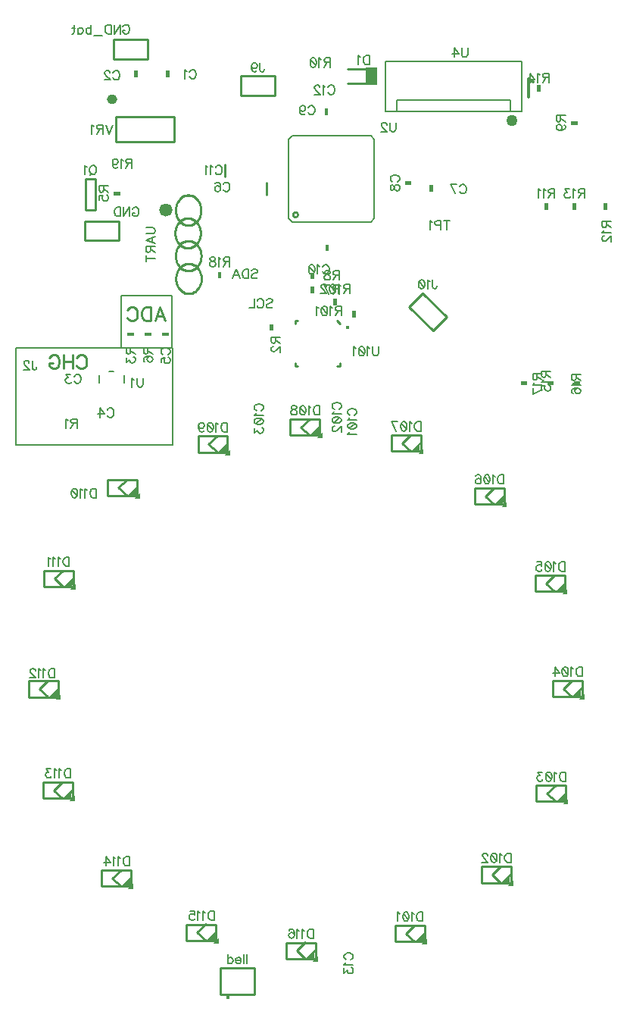
<source format=gbo>
%TF.GenerationSoftware,Novarm,DipTrace,3.3.1.3*%
%TF.CreationDate,2021-03-19T21:20:43+00:00*%
%FSLAX35Y35*%
%MOMM*%
%TF.FileFunction,Legend,Bot*%
%TF.Part,Single*%
%ADD10C,0.25*%
%ADD16C,0.254*%
%ADD28C,0.1778*%
%ADD30O,0.3999X0.39962*%
%ADD35C,0.2032*%
%ADD47O,1.25409X1.28622*%
%ADD48C,0.127*%
%ADD50C,0.29995*%
%ADD63O,0.40856X0.41059*%
%ADD65O,1.46877X1.46947*%
%ADD68O,1.13934X1.09392*%
%ADD151C,0.15686*%
%ADD152C,0.23529*%
%ADD154C,0.31373*%
G75*
G01*
%LPD*%
D30*
X-3602855Y5982718D3*
X-4160393Y6057727D2*
D10*
X-4190386D1*
Y6027712D1*
X-4160393Y5557707D2*
X-4190386D1*
Y5587722D2*
Y5557707D1*
X-3690575D2*
X-3720503D1*
X-3690575Y5587722D2*
Y5557707D1*
X-3720503Y6057727D2*
X-3690575Y6027712D1*
X-4264554Y7204294D2*
D35*
X-4224599Y7164339D1*
X-3344541D1*
X-3304586Y7204294D1*
Y8084352D1*
X-3344541Y8124307D1*
X-4224599D1*
X-4264554Y8084352D1*
Y7204294D1*
X-4212809Y7244315D2*
D16*
G02X-4212809Y7244315I28230J0D01*
G01*
G36*
X-4015207Y6525862D2*
X-3974894D1*
Y6597827D1*
X-4015207D1*
Y6525862D1*
G37*
G36*
Y6368462D2*
X-3974894D1*
Y6440427D1*
X-4015207D1*
Y6368462D1*
G37*
G36*
X-4435823Y6020835D2*
X-4476136D1*
Y5948870D1*
X-4435823D1*
Y6020835D1*
G37*
X-3068480Y-693949D2*
D10*
X-2738454D1*
Y-873954D1*
X-3068480D1*
Y-693949D1*
G36*
X-2740431Y-766456D2*
X-2841490Y-866708D1*
X-2750701Y-870662D1*
X-2749103Y-847769D1*
X-2740431Y-766456D1*
G37*
X-2854117Y-693052D2*
D10*
X-2951220Y-785395D1*
X-2854117Y-872244D1*
G36*
X-2711107Y-841506D2*
Y-906808D1*
X-2773522D1*
X-2711107Y-841506D1*
G37*
X-2106910Y-38169D2*
D10*
X-1776884D1*
Y-218174D1*
X-2106910D1*
Y-38169D1*
G36*
X-1778861Y-110676D2*
X-1879920Y-210928D1*
X-1789131Y-214882D1*
X-1787533Y-191989D1*
X-1778861Y-110676D1*
G37*
X-1892547Y-37272D2*
D10*
X-1989650Y-129615D1*
X-1892547Y-216464D1*
G36*
X-1749537Y-185726D2*
Y-251028D1*
X-1811952D1*
X-1749537Y-185726D1*
G37*
X-1492444Y869907D2*
D10*
X-1162417D1*
Y689903D1*
X-1492444D1*
Y869907D1*
G36*
X-1164395Y797401D2*
X-1265453Y697149D1*
X-1174664Y693195D1*
X-1173067Y716088D1*
X-1164395Y797401D1*
G37*
X-1278080Y870805D2*
D10*
X-1375183Y778462D1*
X-1278080Y691613D1*
G36*
X-1135070Y722351D2*
Y657048D1*
X-1197485D1*
X-1135070Y722351D1*
G37*
X-1311480Y2042234D2*
D10*
X-981454D1*
Y1862229D1*
X-1311480D1*
Y2042234D1*
G36*
X-983431Y1969728D2*
X-1084490Y1869476D1*
X-993701Y1865521D1*
X-992103Y1888415D1*
X-983431Y1969728D1*
G37*
X-1097117Y2043132D2*
D10*
X-1194220Y1950789D1*
X-1097117Y1863939D1*
G36*
X-954107Y1894678D2*
Y1829375D1*
X-1016522D1*
X-954107Y1894678D1*
G37*
X-1502444Y3215714D2*
D10*
X-1172417D1*
Y3035709D1*
X-1502444D1*
Y3215714D1*
G36*
X-1174395Y3143208D2*
X-1275453Y3042956D1*
X-1184664Y3039001D1*
X-1183067Y3061895D1*
X-1174395Y3143208D1*
G37*
X-1288080Y3216612D2*
D10*
X-1385183Y3124269D1*
X-1288080Y3037419D1*
G36*
X-1145070Y3068158D2*
Y3002855D1*
X-1207485D1*
X-1145070Y3068158D1*
G37*
X-2181794Y4189837D2*
D10*
X-1851767D1*
Y4009833D1*
X-2181794D1*
Y4189837D1*
G36*
X-1853745Y4117331D2*
X-1954803Y4017079D1*
X-1864014Y4013125D1*
X-1862417Y4036018D1*
X-1853745Y4117331D1*
G37*
X-1967430Y4190735D2*
D10*
X-2064533Y4098392D1*
X-1967430Y4011543D1*
G36*
X-1824420Y4042281D2*
Y3976978D1*
X-1886835D1*
X-1824420Y4042281D1*
G37*
X-3114410Y4781921D2*
D10*
X-2784384D1*
Y4601916D1*
X-3114410D1*
Y4781921D1*
G36*
X-2786361Y4709414D2*
X-2887420Y4609162D1*
X-2796631Y4605208D1*
X-2795033Y4628101D1*
X-2786361Y4709414D1*
G37*
X-2900047Y4782818D2*
D10*
X-2997150Y4690475D1*
X-2900047Y4603626D1*
G36*
X-2757037Y4634364D2*
Y4569062D1*
X-2819452D1*
X-2757037Y4634364D1*
G37*
X-4243244Y4961527D2*
D10*
X-3913217D1*
Y4781523D1*
X-4243244D1*
Y4961527D1*
G36*
X-3915195Y4889021D2*
X-4016253Y4788769D1*
X-3925464Y4784815D1*
X-3923867Y4807708D1*
X-3915195Y4889021D1*
G37*
X-4028880Y4962425D2*
D10*
X-4125983Y4870082D1*
X-4028880Y4783233D1*
G36*
X-3885870Y4813971D2*
Y4748668D1*
X-3948285D1*
X-3885870Y4813971D1*
G37*
X-5275054Y4771421D2*
D10*
X-4945027D1*
Y4591416D1*
X-5275054D1*
Y4771421D1*
G36*
X-4947005Y4698914D2*
X-5048063Y4598662D1*
X-4957274Y4594708D1*
X-4955677Y4617601D1*
X-4947005Y4698914D1*
G37*
X-5060690Y4772318D2*
D10*
X-5157793Y4679975D1*
X-5060690Y4593126D1*
G36*
X-4917680Y4623864D2*
Y4558562D1*
X-4980095D1*
X-4917680Y4623864D1*
G37*
X-6282824Y4286787D2*
D10*
X-5952797D1*
Y4106783D1*
X-6282824D1*
Y4286787D1*
G36*
X-5954775Y4214281D2*
X-6055833Y4114029D1*
X-5965044Y4110075D1*
X-5963447Y4132968D1*
X-5954775Y4214281D1*
G37*
X-6068460Y4287685D2*
D10*
X-6165563Y4195342D1*
X-6068460Y4108493D1*
G36*
X-5925450Y4139231D2*
Y4073928D1*
X-5987865D1*
X-5925450Y4139231D1*
G37*
X-6999357Y3270711D2*
D10*
X-6669330D1*
Y3090706D1*
X-6999357D1*
Y3270711D1*
G36*
X-6671308Y3198204D2*
X-6772366Y3097952D1*
X-6681577Y3093998D1*
X-6679980Y3116891D1*
X-6671308Y3198204D1*
G37*
X-6784994Y3271608D2*
D10*
X-6882096Y3179265D1*
X-6784994Y3092416D1*
G36*
X-6641983Y3123154D2*
Y3057852D1*
X-6704398D1*
X-6641983Y3123154D1*
G37*
X-7166474Y2037814D2*
D10*
X-6836447D1*
Y1857809D1*
X-7166474D1*
Y2037814D1*
G36*
X-6838425Y1965308D2*
X-6939483Y1865056D1*
X-6848694Y1861101D1*
X-6847097Y1883995D1*
X-6838425Y1965308D1*
G37*
X-6952110Y2038712D2*
D10*
X-7049213Y1946369D1*
X-6952110Y1859519D1*
G36*
X-6809100Y1890258D2*
Y1824955D1*
X-6871515D1*
X-6809100Y1890258D1*
G37*
X-7008527Y907497D2*
D10*
X-6678500D1*
Y727493D1*
X-7008527D1*
Y907497D1*
G36*
X-6680478Y834991D2*
X-6781536Y734739D1*
X-6690747Y730785D1*
X-6689150Y753678D1*
X-6680478Y834991D1*
G37*
X-6794164Y908395D2*
D10*
X-6891266Y816052D1*
X-6794164Y729203D1*
G36*
X-6651153Y759941D2*
Y694638D1*
X-6713568D1*
X-6651153Y759941D1*
G37*
X-6352264Y-74409D2*
D10*
X-6022237D1*
Y-254414D1*
X-6352264D1*
Y-74409D1*
G36*
X-6024215Y-146916D2*
X-6125273Y-247168D1*
X-6034484Y-251122D1*
X-6032887Y-228229D1*
X-6024215Y-146916D1*
G37*
X-6137900Y-73512D2*
D10*
X-6235003Y-165855D1*
X-6137900Y-252704D1*
G36*
X-5994890Y-221966D2*
Y-287268D1*
X-6057305D1*
X-5994890Y-221966D1*
G37*
X-5402890Y-682163D2*
D10*
X-5072864D1*
Y-862167D1*
X-5402890D1*
Y-682163D1*
G36*
X-5074841Y-754669D2*
X-5175900Y-854921D1*
X-5085111Y-858875D1*
X-5083513Y-835982D1*
X-5074841Y-754669D1*
G37*
X-5188527Y-681265D2*
D10*
X-5285630Y-773608D1*
X-5188527Y-860457D1*
G36*
X-5045517Y-829719D2*
Y-895022D1*
X-5107932D1*
X-5045517Y-829719D1*
G37*
X-4291570Y-885699D2*
D10*
X-3961544D1*
Y-1065704D1*
X-4291570D1*
Y-885699D1*
G36*
X-3963521Y-958206D2*
X-4064580Y-1058458D1*
X-3973791Y-1062412D1*
X-3972193Y-1039519D1*
X-3963521Y-958206D1*
G37*
X-4077207Y-884802D2*
D10*
X-4174310Y-977145D1*
X-4077207Y-1063994D1*
G36*
X-3934197Y-1033256D2*
Y-1098558D1*
X-3996612D1*
X-3934197Y-1033256D1*
G37*
G36*
X-3851777Y6838108D2*
X-3811464D1*
Y6910074D1*
X-3851777D1*
Y6838108D1*
G37*
G36*
X-3820260Y8429822D2*
X-3860572D1*
Y8357856D1*
X-3820260D1*
Y8429822D1*
G37*
G36*
X-2960765Y7620414D2*
X-2888800D1*
Y7580101D1*
X-2960765D1*
Y7620414D1*
G37*
G36*
X-1447880Y8694612D2*
X-1488192D1*
Y8622646D1*
X-1447880D1*
Y8694612D1*
G37*
X-6384160Y5453782D2*
D35*
Y5367898D1*
X-6099680D2*
Y5453782D1*
X-6215094Y5491860D2*
X-6268746D1*
G36*
X-1595958Y5345263D2*
X-1667924D1*
Y5385576D1*
X-1595958D1*
Y5345263D1*
G37*
X-4973520Y7804190D2*
D10*
Y7674290D1*
D47*
X-1764768Y8294534D3*
X-1655370Y8960617D2*
D48*
Y8401793D1*
X-3179283Y8960617D2*
Y8401793D1*
Y8960617D2*
X-1655370D1*
X-3179283Y8401793D2*
X-3052374D1*
X-1782112D1*
X-1655370D1*
X-1782112D2*
Y8528808D1*
X-3052374D1*
Y8401793D1*
G36*
X-6066262Y5929747D2*
X-5994296D1*
Y5889434D1*
X-6066262D1*
Y5929747D1*
G37*
D50*
X-3310180Y8793340D3*
X-3390201Y8875846D2*
D10*
X-3600200D1*
X-3390201Y8710834D2*
X-3600200D1*
G36*
X-3272940Y8888590D2*
X-3399946D1*
Y8698090D1*
X-3272940D1*
Y8888590D1*
G37*
G36*
X-5592227Y8778390D2*
X-5637935D1*
Y8854589D1*
X-5592227D1*
Y8778390D1*
G37*
G36*
X-5991010Y8856056D2*
X-5945301D1*
Y8779857D1*
X-5991010D1*
Y8856056D1*
G37*
G36*
X-5797782Y5888206D2*
X-5869747D1*
Y5928519D1*
X-5797782D1*
Y5888206D1*
G37*
G36*
X-1299805Y5345263D2*
X-1371770D1*
Y5385576D1*
X-1299805D1*
Y5345263D1*
G37*
G36*
X-1003655D2*
X-1075620D1*
Y5385576D1*
X-1003655D1*
Y5345263D1*
G37*
X-4507497Y7468577D2*
D10*
Y7598477D1*
G36*
X-2691537Y7576520D2*
X-2645828D1*
Y7500321D1*
X-2691537D1*
Y7576520D1*
G37*
G36*
X-700776Y7370445D2*
X-741089D1*
Y7298480D1*
X-700776D1*
Y7370445D1*
G37*
G36*
X-3551580Y6095788D2*
X-3511268D1*
Y6167754D1*
X-3551580D1*
Y6095788D1*
G37*
G36*
X-1398540Y7297915D2*
X-1358228D1*
Y7369880D1*
X-1398540D1*
Y7297915D1*
G37*
X-5025377Y-1464267D2*
D10*
X-4647077D1*
Y-1165787D1*
X-5025377D1*
Y-1464267D1*
D63*
X-4938368Y-1502291D3*
X-5526095Y7295397D2*
D10*
X-5525748Y7307106D1*
X-5524709Y7318759D1*
X-5522983Y7330297D1*
X-5520579Y7341666D1*
X-5517508Y7352809D1*
X-5513785Y7363672D1*
X-5509428Y7374203D1*
X-5504459Y7384350D1*
X-5498902Y7394063D1*
X-5492783Y7403296D1*
X-5486133Y7412003D1*
X-5478984Y7420142D1*
X-5471371Y7427674D1*
X-5463331Y7434560D1*
X-5454903Y7440769D1*
X-5446128Y7446270D1*
X-5437049Y7451035D1*
X-5427710Y7455043D1*
X-5418157Y7458272D1*
X-5408436Y7460708D1*
X-5398594Y7462339D1*
X-5388680Y7463156D1*
X-5378742D1*
X-5368828Y7462339D1*
X-5358986Y7460708D1*
X-5349265Y7458272D1*
X-5339712Y7455043D1*
X-5330373Y7451035D1*
X-5321294Y7446270D1*
X-5312519Y7440769D1*
X-5304091Y7434560D1*
X-5296051Y7427674D1*
X-5288438Y7420142D1*
X-5281289Y7412003D1*
X-5274639Y7403296D1*
X-5268520Y7394063D1*
X-5262963Y7384350D1*
X-5257993Y7374203D1*
X-5253637Y7363672D1*
X-5249914Y7352809D1*
X-5246843Y7341666D1*
X-5244439Y7330297D1*
X-5242713Y7318759D1*
X-5241674Y7307106D1*
X-5241327Y7295397D1*
X-5241674Y7283688D1*
X-5242713Y7272035D1*
X-5244439Y7260497D1*
X-5246843Y7249128D1*
X-5249914Y7237985D1*
X-5253637Y7227122D1*
X-5257993Y7216591D1*
X-5262963Y7206444D1*
X-5268520Y7196731D1*
X-5274639Y7187498D1*
X-5281289Y7178791D1*
X-5288438Y7170652D1*
X-5296051Y7163120D1*
X-5304091Y7156234D1*
X-5312519Y7150025D1*
X-5321294Y7144524D1*
X-5330373Y7139759D1*
X-5339712Y7135751D1*
X-5349265Y7132522D1*
X-5358986Y7130086D1*
X-5368828Y7128455D1*
X-5378742Y7127638D1*
X-5388680D1*
X-5398594Y7128455D1*
X-5408436Y7130086D1*
X-5418157Y7132522D1*
X-5427710Y7135751D1*
X-5437049Y7139759D1*
X-5446128Y7144524D1*
X-5454903Y7150025D1*
X-5463331Y7156234D1*
X-5471371Y7163120D1*
X-5478984Y7170652D1*
X-5486133Y7178791D1*
X-5492783Y7187498D1*
X-5498902Y7196731D1*
X-5504459Y7206444D1*
X-5509428Y7216591D1*
X-5513785Y7227122D1*
X-5517508Y7237985D1*
X-5520579Y7249128D1*
X-5522983Y7260497D1*
X-5524709Y7272035D1*
X-5525748Y7283688D1*
X-5526095Y7295397D1*
X-5531505Y7040028D2*
X-5531158Y7051737D1*
X-5530119Y7063389D1*
X-5528393Y7074928D1*
X-5525989Y7086297D1*
X-5522918Y7097440D1*
X-5519195Y7108303D1*
X-5514838Y7118834D1*
X-5509869Y7128981D1*
X-5504312Y7138694D1*
X-5498193Y7147927D1*
X-5491543Y7156634D1*
X-5484394Y7164773D1*
X-5476781Y7172304D1*
X-5468741Y7179191D1*
X-5460313Y7185400D1*
X-5451538Y7190900D1*
X-5442459Y7195666D1*
X-5433120Y7199673D1*
X-5423567Y7202903D1*
X-5413846Y7205339D1*
X-5404004Y7206969D1*
X-5394090Y7207787D1*
X-5384152D1*
X-5374238Y7206969D1*
X-5364396Y7205339D1*
X-5354675Y7202903D1*
X-5345122Y7199673D1*
X-5335783Y7195666D1*
X-5326704Y7190900D1*
X-5317929Y7185400D1*
X-5309501Y7179191D1*
X-5301461Y7172304D1*
X-5293848Y7164773D1*
X-5286699Y7156634D1*
X-5280049Y7147927D1*
X-5273930Y7138694D1*
X-5268373Y7128981D1*
X-5263404Y7118834D1*
X-5259047Y7108303D1*
X-5255324Y7097440D1*
X-5252253Y7086297D1*
X-5249849Y7074928D1*
X-5248123Y7063389D1*
X-5247084Y7051737D1*
X-5246737Y7040028D1*
X-5247084Y7028318D1*
X-5248123Y7016666D1*
X-5249849Y7005127D1*
X-5252253Y6993759D1*
X-5255324Y6982616D1*
X-5259047Y6971752D1*
X-5263404Y6961222D1*
X-5268373Y6951075D1*
X-5273930Y6941361D1*
X-5280049Y6932128D1*
X-5286699Y6923421D1*
X-5293848Y6915282D1*
X-5301461Y6907751D1*
X-5309501Y6900864D1*
X-5317929Y6894655D1*
X-5326704Y6889155D1*
X-5335783Y6884389D1*
X-5345122Y6880382D1*
X-5354675Y6877153D1*
X-5364396Y6874717D1*
X-5374238Y6873086D1*
X-5384152Y6872269D1*
X-5394090D1*
X-5404004Y6873086D1*
X-5413846Y6874717D1*
X-5423567Y6877153D1*
X-5433120Y6880382D1*
X-5442459Y6884389D1*
X-5451538Y6889155D1*
X-5460313Y6894655D1*
X-5468741Y6900864D1*
X-5476781Y6907751D1*
X-5484394Y6915282D1*
X-5491543Y6923421D1*
X-5498193Y6932128D1*
X-5504312Y6941361D1*
X-5509869Y6951075D1*
X-5514838Y6961222D1*
X-5519195Y6971752D1*
X-5522918Y6982616D1*
X-5525989Y6993759D1*
X-5528393Y7005127D1*
X-5530119Y7016666D1*
X-5531158Y7028318D1*
X-5531505Y7040028D1*
X-5525530Y6785209D2*
X-5525183Y6796918D1*
X-5524144Y6808570D1*
X-5522419Y6820109D1*
X-5520014Y6831478D1*
X-5516943Y6842621D1*
X-5513220Y6853484D1*
X-5508864Y6864015D1*
X-5503895Y6874162D1*
X-5498337Y6883875D1*
X-5492219Y6893108D1*
X-5485569Y6901815D1*
X-5478420Y6909954D1*
X-5470806Y6917485D1*
X-5462766Y6924372D1*
X-5454338Y6930581D1*
X-5445563Y6936081D1*
X-5436484Y6940847D1*
X-5427145Y6944854D1*
X-5417592Y6948084D1*
X-5407871Y6950520D1*
X-5398029Y6952150D1*
X-5388115Y6952968D1*
X-5378177D1*
X-5368263Y6952150D1*
X-5358422Y6950520D1*
X-5348701Y6948084D1*
X-5339147Y6944854D1*
X-5329808Y6940847D1*
X-5320729Y6936081D1*
X-5311954Y6930581D1*
X-5303526Y6924372D1*
X-5295486Y6917485D1*
X-5287873Y6909954D1*
X-5280724Y6901815D1*
X-5274074Y6893108D1*
X-5267955Y6883875D1*
X-5262398Y6874162D1*
X-5257429Y6864015D1*
X-5253072Y6853484D1*
X-5249349Y6842621D1*
X-5246278Y6831478D1*
X-5243874Y6820109D1*
X-5242148Y6808570D1*
X-5241109Y6796918D1*
X-5240763Y6785209D1*
X-5241109Y6773499D1*
X-5242148Y6761847D1*
X-5243874Y6750308D1*
X-5246278Y6738940D1*
X-5249349Y6727797D1*
X-5253072Y6716933D1*
X-5257429Y6706403D1*
X-5262398Y6696256D1*
X-5267955Y6686542D1*
X-5274074Y6677309D1*
X-5280724Y6668602D1*
X-5287873Y6660463D1*
X-5295486Y6652932D1*
X-5303526Y6646045D1*
X-5311954Y6639836D1*
X-5320729Y6634336D1*
X-5329808Y6629570D1*
X-5339147Y6625563D1*
X-5348701Y6622334D1*
X-5358422Y6619898D1*
X-5368263Y6618267D1*
X-5378177Y6617450D1*
X-5388115D1*
X-5398029Y6618267D1*
X-5407871Y6619898D1*
X-5417592Y6622334D1*
X-5427145Y6625563D1*
X-5436484Y6629570D1*
X-5445563Y6634336D1*
X-5454338Y6639836D1*
X-5462766Y6646045D1*
X-5470806Y6652932D1*
X-5478420Y6660463D1*
X-5485569Y6668602D1*
X-5492219Y6677309D1*
X-5498337Y6686542D1*
X-5503895Y6696256D1*
X-5508864Y6706403D1*
X-5513220Y6716933D1*
X-5516943Y6727797D1*
X-5520014Y6738940D1*
X-5522419Y6750308D1*
X-5524144Y6761847D1*
X-5525183Y6773499D1*
X-5525530Y6785209D1*
X-5522519Y6530390D2*
X-5522172Y6542099D1*
X-5521133Y6553751D1*
X-5519408Y6565290D1*
X-5517003Y6576659D1*
X-5513932Y6587802D1*
X-5510209Y6598665D1*
X-5505853Y6609196D1*
X-5500884Y6619343D1*
X-5495326Y6629056D1*
X-5489208Y6638289D1*
X-5482558Y6646996D1*
X-5475409Y6655135D1*
X-5467796Y6662666D1*
X-5459755Y6669553D1*
X-5451327Y6675762D1*
X-5442552Y6681262D1*
X-5433473Y6686028D1*
X-5424134Y6690035D1*
X-5414581Y6693265D1*
X-5404860Y6695701D1*
X-5395019Y6697331D1*
X-5385104Y6698149D1*
X-5375166D1*
X-5365252Y6697331D1*
X-5355411Y6695701D1*
X-5345690Y6693265D1*
X-5336136Y6690035D1*
X-5326798Y6686028D1*
X-5317718Y6681262D1*
X-5308944Y6675762D1*
X-5300515Y6669553D1*
X-5292475Y6662666D1*
X-5284862Y6655135D1*
X-5277713Y6646996D1*
X-5271063Y6638289D1*
X-5264945Y6629056D1*
X-5259387Y6619343D1*
X-5254418Y6609196D1*
X-5250061Y6598665D1*
X-5246338Y6587802D1*
X-5243267Y6576659D1*
X-5240863Y6565290D1*
X-5239137Y6553751D1*
X-5238099Y6542099D1*
X-5237752Y6530390D1*
X-5238099Y6518680D1*
X-5239137Y6507028D1*
X-5240863Y6495489D1*
X-5243267Y6484121D1*
X-5246338Y6472978D1*
X-5250061Y6462114D1*
X-5254418Y6451584D1*
X-5259387Y6441437D1*
X-5264945Y6431723D1*
X-5271063Y6422490D1*
X-5277713Y6413783D1*
X-5284862Y6405644D1*
X-5292475Y6398113D1*
X-5300515Y6391226D1*
X-5308944Y6385017D1*
X-5317718Y6379517D1*
X-5326798Y6374751D1*
X-5336136Y6370744D1*
X-5345690Y6367515D1*
X-5355411Y6365079D1*
X-5365252Y6363448D1*
X-5375166Y6362631D1*
X-5385104D1*
X-5395019Y6363448D1*
X-5404860Y6365079D1*
X-5414581Y6367515D1*
X-5424134Y6370744D1*
X-5433473Y6374751D1*
X-5442552Y6379517D1*
X-5451327Y6385017D1*
X-5459755Y6391226D1*
X-5467796Y6398113D1*
X-5475409Y6405644D1*
X-5482558Y6413783D1*
X-5489208Y6422490D1*
X-5495326Y6431723D1*
X-5500884Y6441437D1*
X-5505853Y6451584D1*
X-5510209Y6462114D1*
X-5513932Y6472978D1*
X-5517003Y6484121D1*
X-5519408Y6495489D1*
X-5521133Y6507028D1*
X-5522172Y6518680D1*
X-5522519Y6530390D1*
D65*
X-5634770Y7301946D3*
G36*
X-1086830Y7297915D2*
X-1046518D1*
Y7369880D1*
X-1086830D1*
Y7297915D1*
G37*
G36*
X-3721966Y6304628D2*
X-3762279D1*
Y6232663D1*
X-3721966D1*
Y6304628D1*
G37*
D68*
X-6232571Y8531547D3*
X-6198000Y8339793D2*
D10*
X-5537995D1*
X-6198000Y8059953D2*
X-5537995D1*
Y8339793D2*
Y8059953D1*
X-6198000Y8339793D2*
Y8059953D1*
X-6535127Y7647727D2*
X-6421125D1*
Y7294718D1*
X-6535127D1*
Y7647727D1*
G36*
X-6144708Y7460350D2*
X-6216674D1*
Y7500662D1*
X-6144708D1*
Y7460350D1*
G37*
G36*
X-5674362Y5929747D2*
X-5602396D1*
Y5889434D1*
X-5674362D1*
Y5929747D1*
G37*
G36*
X-1033138Y8250160D2*
X-1105104D1*
Y8290472D1*
X-1033138D1*
Y8250160D1*
G37*
X-5841538Y9200372D2*
D10*
X-6218102D1*
Y8982362D1*
X-5841538D1*
Y9200372D1*
X-6540252Y6955212D2*
X-6163688D1*
Y7173222D1*
X-6540252D1*
Y6955212D1*
X-4794345Y8575265D2*
X-4417782D1*
Y8793275D1*
X-4794345D1*
Y8575265D1*
X-2916357Y6216096D2*
X-2650100Y5949840D1*
X-2495930Y6104010D1*
X-2762186Y6370267D1*
X-2916357Y6216096D1*
G36*
X-5012913Y6606078D2*
X-5053226D1*
Y6534113D1*
X-5012913D1*
Y6606078D1*
G37*
X-7313380Y5759513D2*
D28*
X-5562433D1*
Y4669920D1*
X-7313380D1*
Y5759513D1*
X-6131510Y6338903D2*
X-5564553D1*
Y5758340D1*
X-6131510D1*
Y6338903D1*
X-3255355Y5770939D2*
D151*
Y5698052D1*
X-3260185Y5683452D1*
X-3269955Y5673793D1*
X-3284555Y5668852D1*
X-3294214D1*
X-3308814Y5673793D1*
X-3318585Y5683452D1*
X-3323414Y5698052D1*
Y5770939D1*
X-3354786Y5751398D2*
X-3364557Y5756339D1*
X-3379157Y5770827D1*
Y5668852D1*
X-3439730Y5770827D2*
X-3425130Y5765998D1*
X-3415359Y5751398D1*
X-3410530Y5727139D1*
Y5712539D1*
X-3415359Y5688281D1*
X-3425130Y5673681D1*
X-3439730Y5668852D1*
X-3449388D1*
X-3463988Y5673681D1*
X-3473647Y5688281D1*
X-3478588Y5712539D1*
Y5727139D1*
X-3473647Y5751398D1*
X-3463988Y5765998D1*
X-3449388Y5770827D1*
X-3439730D1*
X-3473647Y5751398D2*
X-3415359Y5688281D1*
X-3509961Y5751398D2*
X-3519731Y5756339D1*
X-3534331Y5770827D1*
Y5668852D1*
X-3061485Y8273373D2*
Y8200485D1*
X-3066314Y8185885D1*
X-3076085Y8176226D1*
X-3090685Y8171285D1*
X-3100344D1*
X-3114944Y8176226D1*
X-3124714Y8185885D1*
X-3129544Y8200485D1*
Y8273373D1*
X-3165858Y8249002D2*
Y8253831D1*
X-3170687Y8263602D1*
X-3175516Y8268431D1*
X-3185287Y8273260D1*
X-3204716D1*
X-3214375Y8268431D1*
X-3219204Y8263602D1*
X-3224146Y8253831D1*
Y8244173D1*
X-3219204Y8234402D1*
X-3209546Y8219914D1*
X-3160916Y8171285D1*
X-3228975D1*
X-3697285Y6569937D2*
X-3740972D1*
X-3755572Y6574878D1*
X-3760514Y6579707D1*
X-3765343Y6589366D1*
Y6599137D1*
X-3760514Y6608795D1*
X-3755572Y6613737D1*
X-3740972Y6618566D1*
X-3697285D1*
Y6516478D1*
X-3731314Y6569937D2*
X-3765343Y6516478D1*
X-3820974Y6618454D2*
X-3806487Y6613624D1*
X-3801545Y6603966D1*
Y6594195D1*
X-3806487Y6584537D1*
X-3816145Y6579595D1*
X-3835574Y6574766D1*
X-3850174Y6569937D1*
X-3859833Y6560166D1*
X-3864662Y6550507D1*
Y6535907D1*
X-3859833Y6526249D1*
X-3855003Y6521307D1*
X-3840403Y6516478D1*
X-3820974D1*
X-3806487Y6521307D1*
X-3801545Y6526249D1*
X-3796716Y6535907D1*
Y6550507D1*
X-3801545Y6560166D1*
X-3811316Y6569937D1*
X-3825803Y6574766D1*
X-3845233Y6579595D1*
X-3855003Y6584537D1*
X-3859833Y6594195D1*
Y6603966D1*
X-3855003Y6613624D1*
X-3840403Y6618454D1*
X-3820974D1*
X-3694632Y6414997D2*
X-3738320D1*
X-3752920Y6419938D1*
X-3757861Y6424767D1*
X-3762690Y6434426D1*
Y6444197D1*
X-3757861Y6453855D1*
X-3752920Y6458797D1*
X-3738320Y6463626D1*
X-3694632D1*
Y6361538D1*
X-3728661Y6414997D2*
X-3762690Y6361538D1*
X-3813492D2*
X-3862121Y6463514D1*
X-3794063D1*
X-4407267Y5877481D2*
Y5833794D1*
X-4412208Y5819194D1*
X-4417037Y5814252D1*
X-4426696Y5809423D1*
X-4436467D1*
X-4446125Y5814252D1*
X-4451067Y5819194D1*
X-4455896Y5833794D1*
Y5877482D1*
X-4353808Y5877481D1*
X-4407267Y5843452D2*
X-4353808Y5809423D1*
X-4431525Y5773109D2*
X-4436354D1*
X-4446125Y5768280D1*
X-4450954Y5763451D1*
X-4455784Y5753680D1*
Y5734251D1*
X-4450954Y5724592D1*
X-4446125Y5719763D1*
X-4436354Y5714821D1*
X-4426696D1*
X-4416925Y5719763D1*
X-4402437Y5729421D1*
X-4353808Y5778050D1*
Y5709992D1*
X-2761792Y-544262D2*
Y-646350D1*
X-2795821D1*
X-2810421Y-641409D1*
X-2820192Y-631750D1*
X-2825021Y-621979D1*
X-2829850Y-607492D1*
Y-583121D1*
X-2825021Y-568521D1*
X-2820192Y-558862D1*
X-2810421Y-549092D1*
X-2795821Y-544262D1*
X-2761792D1*
X-2861223Y-563804D2*
X-2870994Y-558862D1*
X-2885594Y-544375D1*
Y-646350D1*
X-2946166Y-544375D2*
X-2931566Y-549204D1*
X-2921796Y-563804D1*
X-2916966Y-588062D1*
Y-602662D1*
X-2921796Y-626921D1*
X-2931566Y-641521D1*
X-2946166Y-646350D1*
X-2955825D1*
X-2970425Y-641521D1*
X-2980083Y-626921D1*
X-2985025Y-602662D1*
Y-588062D1*
X-2980083Y-563804D1*
X-2970425Y-549204D1*
X-2955825Y-544375D1*
X-2946166D1*
X-2980083Y-563804D2*
X-2921796Y-626921D1*
X-3016397Y-563804D2*
X-3026168Y-558862D1*
X-3040768Y-544375D1*
Y-646350D1*
X-1778378Y111518D2*
Y9430D1*
X-1812407D1*
X-1827007Y14371D1*
X-1836778Y24030D1*
X-1841607Y33801D1*
X-1846437Y48288D1*
Y72659D1*
X-1841607Y87259D1*
X-1836778Y96918D1*
X-1827007Y106688D1*
X-1812407Y111518D1*
X-1778378D1*
X-1877809Y91976D2*
X-1887580Y96918D1*
X-1902180Y111405D1*
Y9430D1*
X-1962752Y111405D2*
X-1948152Y106576D1*
X-1938382Y91976D1*
X-1933552Y67718D1*
Y53118D1*
X-1938382Y28859D1*
X-1948152Y14259D1*
X-1962752Y9430D1*
X-1972411D1*
X-1987011Y14259D1*
X-1996669Y28859D1*
X-2001611Y53118D1*
Y67718D1*
X-1996669Y91976D1*
X-1987011Y106576D1*
X-1972411Y111405D1*
X-1962752D1*
X-1996669Y91976D2*
X-1938382Y28859D1*
X-2037925Y87147D2*
Y91976D1*
X-2042754Y101747D1*
X-2047583Y106576D1*
X-2057354Y111405D1*
X-2076783D1*
X-2086442Y106576D1*
X-2091271Y101747D1*
X-2096213Y91976D1*
Y82318D1*
X-2091271Y72547D1*
X-2081613Y58059D1*
X-2032983Y9430D1*
X-2101042D1*
X-1163911Y1019594D2*
Y917507D1*
X-1197941D1*
X-1212541Y922448D1*
X-1222311Y932107D1*
X-1227141Y941877D1*
X-1231970Y956365D1*
Y980736D1*
X-1227141Y995336D1*
X-1222311Y1004994D1*
X-1212541Y1014765D1*
X-1197941Y1019594D1*
X-1163911D1*
X-1263342Y1000053D2*
X-1273113Y1004994D1*
X-1287713Y1019482D1*
Y917507D1*
X-1348286Y1019482D2*
X-1333686Y1014653D1*
X-1323915Y1000053D1*
X-1319086Y975794D1*
Y961194D1*
X-1323915Y936936D1*
X-1333686Y922336D1*
X-1348286Y917507D1*
X-1357944D1*
X-1372544Y922336D1*
X-1382203Y936936D1*
X-1387144Y961194D1*
Y975794D1*
X-1382203Y1000053D1*
X-1372544Y1014653D1*
X-1357944Y1019482D1*
X-1348286D1*
X-1382203Y1000053D2*
X-1323915Y936936D1*
X-1428288Y1019482D2*
X-1481634D1*
X-1452546Y980624D1*
X-1467146D1*
X-1476804Y975794D1*
X-1481634Y970965D1*
X-1486575Y956365D1*
Y946707D1*
X-1481634Y932107D1*
X-1471975Y922336D1*
X-1457375Y917507D1*
X-1442775D1*
X-1428288Y922336D1*
X-1423458Y927277D1*
X-1418517Y936936D1*
X-980533Y2191921D2*
Y2089833D1*
X-1014563D1*
X-1029163Y2094775D1*
X-1038933Y2104433D1*
X-1043763Y2114204D1*
X-1048592Y2128692D1*
Y2153062D1*
X-1043763Y2167662D1*
X-1038933Y2177321D1*
X-1029163Y2187092D1*
X-1014563Y2191921D1*
X-980533D1*
X-1079964Y2172379D2*
X-1089735Y2177321D1*
X-1104335Y2191809D1*
Y2089833D1*
X-1164908Y2191809D2*
X-1150308Y2186979D1*
X-1140537Y2172379D1*
X-1135708Y2148121D1*
Y2133521D1*
X-1140537Y2109262D1*
X-1150308Y2094662D1*
X-1164908Y2089833D1*
X-1174566D1*
X-1189166Y2094662D1*
X-1198825Y2109262D1*
X-1203766Y2133521D1*
Y2148121D1*
X-1198825Y2172379D1*
X-1189166Y2186979D1*
X-1174566Y2191809D1*
X-1164908D1*
X-1198825Y2172379D2*
X-1140537Y2109262D1*
X-1283768Y2089833D2*
Y2191809D1*
X-1235139Y2123862D1*
X-1308027D1*
X-1173911Y3365401D2*
Y3263313D1*
X-1207941D1*
X-1222541Y3268255D1*
X-1232311Y3277913D1*
X-1237141Y3287684D1*
X-1241970Y3302172D1*
Y3326542D1*
X-1237141Y3341142D1*
X-1232311Y3350801D1*
X-1222541Y3360572D1*
X-1207941Y3365401D1*
X-1173911D1*
X-1273342Y3345859D2*
X-1283113Y3350801D1*
X-1297713Y3365289D1*
Y3263313D1*
X-1358286Y3365289D2*
X-1343686Y3360459D1*
X-1333915Y3345859D1*
X-1329086Y3321601D1*
Y3307001D1*
X-1333915Y3282742D1*
X-1343686Y3268142D1*
X-1358286Y3263313D1*
X-1367944D1*
X-1382544Y3268142D1*
X-1392203Y3282742D1*
X-1397144Y3307001D1*
Y3321601D1*
X-1392203Y3345859D1*
X-1382544Y3360459D1*
X-1367944Y3365289D1*
X-1358286D1*
X-1392203Y3345859D2*
X-1333915Y3282742D1*
X-1486804Y3365289D2*
X-1438288D1*
X-1433458Y3321601D1*
X-1438288Y3326430D1*
X-1452888Y3331372D1*
X-1467375D1*
X-1481975Y3326430D1*
X-1491746Y3316772D1*
X-1496575Y3302172D1*
Y3292513D1*
X-1491746Y3277913D1*
X-1481975Y3268142D1*
X-1467375Y3263313D1*
X-1452888D1*
X-1438288Y3268142D1*
X-1433458Y3273084D1*
X-1428517Y3282742D1*
X-1855732Y4339524D2*
Y4237437D1*
X-1889761D1*
X-1904361Y4242378D1*
X-1914132Y4252037D1*
X-1918961Y4261807D1*
X-1923791Y4276295D1*
Y4300666D1*
X-1918961Y4315266D1*
X-1914132Y4324924D1*
X-1904361Y4334695D1*
X-1889761Y4339524D1*
X-1855732D1*
X-1955163Y4319983D2*
X-1964934Y4324924D1*
X-1979534Y4339412D1*
Y4237437D1*
X-2040107Y4339412D2*
X-2025507Y4334583D1*
X-2015736Y4319983D1*
X-2010907Y4295724D1*
Y4281124D1*
X-2015736Y4256866D1*
X-2025507Y4242266D1*
X-2040107Y4237437D1*
X-2049765D1*
X-2064365Y4242266D1*
X-2074023Y4256866D1*
X-2078965Y4281124D1*
Y4295724D1*
X-2074023Y4319983D1*
X-2064365Y4334583D1*
X-2049765Y4339412D1*
X-2040107D1*
X-2074023Y4319983D2*
X-2015736Y4256866D1*
X-2168625Y4324924D2*
X-2163796Y4334583D1*
X-2149196Y4339412D1*
X-2139538D1*
X-2124938Y4334583D1*
X-2115167Y4319983D1*
X-2110338Y4295724D1*
Y4271466D1*
X-2115167Y4252037D1*
X-2124938Y4242266D1*
X-2139538Y4237437D1*
X-2144367D1*
X-2158854Y4242266D1*
X-2168625Y4252037D1*
X-2173454Y4266637D1*
Y4271466D1*
X-2168625Y4286066D1*
X-2158854Y4295724D1*
X-2144367Y4300554D1*
X-2139538D1*
X-2124938Y4295724D1*
X-2115167Y4286066D1*
X-2110338Y4271466D1*
X-2785878Y4931608D2*
Y4829520D1*
X-2819907D1*
X-2834507Y4834461D1*
X-2844278Y4844120D1*
X-2849107Y4853891D1*
X-2853937Y4868378D1*
Y4892749D1*
X-2849107Y4907349D1*
X-2844278Y4917008D1*
X-2834507Y4926778D1*
X-2819907Y4931608D1*
X-2785878D1*
X-2885309Y4912066D2*
X-2895080Y4917008D1*
X-2909680Y4931495D1*
Y4829520D1*
X-2970252Y4931495D2*
X-2955652Y4926666D1*
X-2945882Y4912066D1*
X-2941052Y4887808D1*
Y4873208D1*
X-2945882Y4848949D1*
X-2955652Y4834349D1*
X-2970252Y4829520D1*
X-2979911D1*
X-2994511Y4834349D1*
X-3004169Y4848949D1*
X-3009111Y4873208D1*
Y4887808D1*
X-3004169Y4912066D1*
X-2994511Y4926666D1*
X-2979911Y4931495D1*
X-2970252D1*
X-3004169Y4912066D2*
X-2945882Y4848949D1*
X-3059913Y4829520D2*
X-3108542Y4931495D1*
X-3040483D1*
X-3914768Y5111214D2*
Y5009127D1*
X-3948797D1*
X-3963397Y5014068D1*
X-3973168Y5023727D1*
X-3977997Y5033497D1*
X-3982826Y5047985D1*
Y5072356D1*
X-3977997Y5086956D1*
X-3973168Y5096614D1*
X-3963397Y5106385D1*
X-3948797Y5111214D1*
X-3914768D1*
X-4014199Y5091673D2*
X-4023969Y5096614D1*
X-4038569Y5111102D1*
Y5009127D1*
X-4099142Y5111102D2*
X-4084542Y5106273D1*
X-4074771Y5091673D1*
X-4069942Y5067414D1*
Y5052814D1*
X-4074771Y5028556D1*
X-4084542Y5013956D1*
X-4099142Y5009127D1*
X-4108800D1*
X-4123400Y5013956D1*
X-4133059Y5028556D1*
X-4138000Y5052814D1*
Y5067414D1*
X-4133059Y5091673D1*
X-4123400Y5106273D1*
X-4108800Y5111102D1*
X-4099142D1*
X-4133059Y5091673D2*
X-4074771Y5028556D1*
X-4193631Y5111102D2*
X-4179144Y5106273D1*
X-4174202Y5096614D1*
Y5086844D1*
X-4179144Y5077185D1*
X-4188802Y5072244D1*
X-4208231Y5067414D1*
X-4222831Y5062585D1*
X-4232490Y5052814D1*
X-4237319Y5043156D1*
Y5028556D1*
X-4232490Y5018897D1*
X-4227661Y5013956D1*
X-4213061Y5009127D1*
X-4193631D1*
X-4179144Y5013956D1*
X-4174202Y5018897D1*
X-4169373Y5028556D1*
Y5043156D1*
X-4174202Y5052814D1*
X-4183973Y5062585D1*
X-4198461Y5067414D1*
X-4217890Y5072244D1*
X-4227661Y5077185D1*
X-4232490Y5086844D1*
Y5096614D1*
X-4227661Y5106273D1*
X-4213061Y5111102D1*
X-4193631D1*
X-4948936Y4921108D2*
Y4819020D1*
X-4982965D1*
X-4997565Y4823961D1*
X-5007336Y4833620D1*
X-5012165Y4843391D1*
X-5016995Y4857878D1*
Y4882249D1*
X-5012165Y4896849D1*
X-5007336Y4906508D1*
X-4997565Y4916278D1*
X-4982965Y4921108D1*
X-4948936D1*
X-5048367Y4901566D2*
X-5058138Y4906508D1*
X-5072738Y4920995D1*
Y4819020D1*
X-5133310Y4920995D2*
X-5118710Y4916166D1*
X-5108940Y4901566D1*
X-5104110Y4877308D1*
Y4862708D1*
X-5108940Y4838449D1*
X-5118710Y4823849D1*
X-5133310Y4819020D1*
X-5142969D1*
X-5157569Y4823849D1*
X-5167227Y4838449D1*
X-5172169Y4862708D1*
Y4877308D1*
X-5167227Y4901566D1*
X-5157569Y4916166D1*
X-5142969Y4920995D1*
X-5133310D1*
X-5167227Y4901566D2*
X-5108940Y4838449D1*
X-5266771Y4887078D2*
X-5261829Y4872478D1*
X-5252171Y4862708D1*
X-5237571Y4857878D1*
X-5232741D1*
X-5218141Y4862708D1*
X-5208483Y4872478D1*
X-5203541Y4887078D1*
Y4891908D1*
X-5208483Y4906508D1*
X-5218141Y4916166D1*
X-5232741Y4920995D1*
X-5237571D1*
X-5252171Y4916166D1*
X-5261829Y4906508D1*
X-5266771Y4887078D1*
Y4862708D1*
X-5261829Y4838449D1*
X-5252171Y4823849D1*
X-5237571Y4819020D1*
X-5227912D1*
X-5213312Y4823849D1*
X-5208483Y4833620D1*
X-6413582Y4184941D2*
Y4082853D1*
X-6447611D1*
X-6462211Y4087795D1*
X-6471982Y4097453D1*
X-6476811Y4107224D1*
X-6481640Y4121712D1*
Y4146082D1*
X-6476811Y4160682D1*
X-6471982Y4170341D1*
X-6462211Y4180112D1*
X-6447611Y4184941D1*
X-6413582D1*
X-6513013Y4165399D2*
X-6522784Y4170341D1*
X-6537384Y4184829D1*
Y4082853D1*
X-6568756Y4165399D2*
X-6578527Y4170341D1*
X-6593127Y4184829D1*
Y4082853D1*
X-6653700Y4184829D2*
X-6639100Y4179999D1*
X-6629329Y4165399D1*
X-6624500Y4141141D1*
Y4126541D1*
X-6629329Y4102282D1*
X-6639100Y4087682D1*
X-6653700Y4082853D1*
X-6663358D1*
X-6677958Y4087682D1*
X-6687617Y4102282D1*
X-6692558Y4126541D1*
Y4141141D1*
X-6687617Y4165399D1*
X-6677958Y4179999D1*
X-6663358Y4184829D1*
X-6653700D1*
X-6687617Y4165399D2*
X-6629329Y4102282D1*
X-6714512Y3420398D2*
Y3318310D1*
X-6748542D1*
X-6763142Y3323251D1*
X-6772912Y3332910D1*
X-6777742Y3342681D1*
X-6782571Y3357168D1*
Y3381539D1*
X-6777742Y3396139D1*
X-6772912Y3405798D1*
X-6763142Y3415568D1*
X-6748542Y3420398D1*
X-6714512D1*
X-6813943Y3400856D2*
X-6823714Y3405798D1*
X-6838314Y3420285D1*
Y3318310D1*
X-6869687Y3400856D2*
X-6879458Y3405798D1*
X-6894058Y3420285D1*
Y3318310D1*
X-6925430Y3400856D2*
X-6935201Y3405798D1*
X-6949801Y3420285D1*
Y3318310D1*
X-6878945Y2174088D2*
Y2072000D1*
X-6912975D1*
X-6927575Y2076941D1*
X-6937345Y2086600D1*
X-6942175Y2096371D1*
X-6947004Y2110858D1*
Y2135229D1*
X-6942175Y2149829D1*
X-6937345Y2159488D1*
X-6927575Y2169258D1*
X-6912975Y2174088D1*
X-6878945D1*
X-6978376Y2154546D2*
X-6988147Y2159488D1*
X-7002747Y2173975D1*
Y2072000D1*
X-7034120Y2154546D2*
X-7043890Y2159488D1*
X-7058490Y2173975D1*
Y2072000D1*
X-7094804Y2149717D2*
Y2154546D1*
X-7099634Y2164317D1*
X-7104463Y2169146D1*
X-7114234Y2173975D1*
X-7133663D1*
X-7143321Y2169146D1*
X-7148151Y2164317D1*
X-7153092Y2154546D1*
Y2144888D1*
X-7148151Y2135117D1*
X-7138492Y2120629D1*
X-7089863Y2072000D1*
X-7157921D1*
X-6701839Y1057184D2*
Y955097D1*
X-6735868D1*
X-6750468Y960038D1*
X-6760239Y969697D1*
X-6765068Y979467D1*
X-6769897Y993955D1*
Y1018326D1*
X-6765068Y1032926D1*
X-6760239Y1042584D1*
X-6750468Y1052355D1*
X-6735868Y1057184D1*
X-6701839D1*
X-6801270Y1037643D2*
X-6811040Y1042584D1*
X-6825640Y1057072D1*
Y955097D1*
X-6857013Y1037643D2*
X-6866784Y1042584D1*
X-6881384Y1057072D1*
Y955097D1*
X-6922527Y1057072D2*
X-6975873D1*
X-6946785Y1018214D1*
X-6961385D1*
X-6971044Y1013384D1*
X-6975873Y1008555D1*
X-6980815Y993955D1*
Y984297D1*
X-6975873Y969697D1*
X-6966215Y959926D1*
X-6951615Y955097D1*
X-6937015D1*
X-6922527Y959926D1*
X-6917698Y964867D1*
X-6912756Y974526D1*
X-6043161Y75278D2*
Y-26810D1*
X-6077190D1*
X-6091790Y-21869D1*
X-6101561Y-12210D1*
X-6106390Y-2439D1*
X-6111219Y12048D1*
Y36419D1*
X-6106390Y51019D1*
X-6101561Y60678D1*
X-6091790Y70448D1*
X-6077190Y75278D1*
X-6043161D1*
X-6142592Y55736D2*
X-6152362Y60678D1*
X-6166962Y75165D1*
Y-26810D1*
X-6198335Y55736D2*
X-6208106Y60678D1*
X-6222706Y75165D1*
Y-26810D1*
X-6302708D2*
Y75165D1*
X-6254078Y7219D1*
X-6326966D1*
X-5096202Y-532476D2*
Y-634563D1*
X-5130231D1*
X-5144831Y-629622D1*
X-5154602Y-619963D1*
X-5159431Y-610193D1*
X-5164260Y-595705D1*
Y-571334D1*
X-5159431Y-556734D1*
X-5154602Y-547076D1*
X-5144831Y-537305D1*
X-5130231Y-532476D1*
X-5096202D1*
X-5195633Y-552017D2*
X-5205404Y-547076D1*
X-5220004Y-532588D1*
Y-634563D1*
X-5251376Y-552017D2*
X-5261147Y-547076D1*
X-5275747Y-532588D1*
Y-634563D1*
X-5365407Y-532588D2*
X-5316890D1*
X-5312061Y-576276D1*
X-5316890Y-571446D1*
X-5331490Y-566505D1*
X-5345978D1*
X-5360578Y-571446D1*
X-5370349Y-581105D1*
X-5375178Y-595705D1*
Y-605363D1*
X-5370349Y-619963D1*
X-5360578Y-629734D1*
X-5345978Y-634563D1*
X-5331490D1*
X-5316890Y-629734D1*
X-5312061Y-624793D1*
X-5307120Y-615134D1*
X-3987353Y-736012D2*
Y-838100D1*
X-4021382D1*
X-4035982Y-833159D1*
X-4045753Y-823500D1*
X-4050582Y-813729D1*
X-4055411Y-799242D1*
Y-774871D1*
X-4050582Y-760271D1*
X-4045753Y-750612D1*
X-4035982Y-740842D1*
X-4021382Y-736012D1*
X-3987353D1*
X-4086784Y-755554D2*
X-4096554Y-750612D1*
X-4111154Y-736125D1*
Y-838100D1*
X-4142527Y-755554D2*
X-4152298Y-750612D1*
X-4166898Y-736125D1*
Y-838100D1*
X-4256558Y-750612D2*
X-4251729Y-740954D1*
X-4237129Y-736125D1*
X-4227470D1*
X-4212870Y-740954D1*
X-4203100Y-755554D1*
X-4198270Y-779812D1*
Y-804071D1*
X-4203100Y-823500D1*
X-4212870Y-833271D1*
X-4227470Y-838100D1*
X-4232300D1*
X-4246787Y-833271D1*
X-4256558Y-823500D1*
X-4261387Y-808900D1*
Y-804071D1*
X-4256558Y-789471D1*
X-4246787Y-779812D1*
X-4232300Y-774983D1*
X-4227470D1*
X-4212870Y-779812D1*
X-4203100Y-789471D1*
X-4198270Y-804071D1*
X-3882033Y6662114D2*
X-3877204Y6671773D1*
X-3867433Y6681543D1*
X-3857775Y6686373D1*
X-3838346D1*
X-3828575Y6681543D1*
X-3818916Y6671773D1*
X-3813975Y6662114D1*
X-3809146Y6647514D1*
Y6623143D1*
X-3813975Y6608656D1*
X-3818916Y6598885D1*
X-3828575Y6589226D1*
X-3838346Y6584285D1*
X-3857775D1*
X-3867433Y6589226D1*
X-3877204Y6598885D1*
X-3882033Y6608656D1*
X-3913406Y6666831D2*
X-3923177Y6671773D1*
X-3937777Y6686260D1*
Y6584285D1*
X-3998349Y6686260D2*
X-3983749Y6681431D1*
X-3973978Y6666831D1*
X-3969149Y6642573D1*
Y6627973D1*
X-3973978Y6603714D1*
X-3983749Y6589114D1*
X-3998349Y6584285D1*
X-4008008D1*
X-4022608Y6589114D1*
X-4032266Y6603714D1*
X-4037208Y6627973D1*
Y6642573D1*
X-4032266Y6666831D1*
X-4022608Y6681431D1*
X-4008008Y6686260D1*
X-3998349D1*
X-4032266Y6666831D2*
X-3973978Y6603714D1*
X-4043173Y8439757D2*
X-4038344Y8449416D1*
X-4028573Y8459187D1*
X-4018914Y8464016D1*
X-3999485D1*
X-3989714Y8459187D1*
X-3980056Y8449416D1*
X-3975114Y8439757D1*
X-3970285Y8425157D1*
Y8400787D1*
X-3975114Y8386299D1*
X-3980056Y8376528D1*
X-3989714Y8366870D1*
X-3999485Y8361928D1*
X-4018914D1*
X-4028573Y8366870D1*
X-4038344Y8376528D1*
X-4043173Y8386299D1*
X-4137775Y8429987D2*
X-4132833Y8415387D1*
X-4123175Y8405616D1*
X-4108575Y8400787D1*
X-4103746D1*
X-4089146Y8405616D1*
X-4079487Y8415387D1*
X-4074546Y8429987D1*
Y8434816D1*
X-4079487Y8449416D1*
X-4089146Y8459074D1*
X-4103746Y8463904D1*
X-4108575D1*
X-4123175Y8459074D1*
X-4132833Y8449416D1*
X-4137775Y8429987D1*
Y8405616D1*
X-4132833Y8381357D1*
X-4123175Y8366757D1*
X-4108575Y8361928D1*
X-4098916D1*
X-4084316Y8366757D1*
X-4079487Y8376528D1*
X-3099441Y7612859D2*
X-3109099Y7617688D1*
X-3118870Y7627459D1*
X-3123699Y7637117D1*
Y7656547D1*
X-3118870Y7666317D1*
X-3109099Y7675976D1*
X-3099441Y7680917D1*
X-3084841Y7685747D1*
X-3060470D1*
X-3045982Y7680917D1*
X-3036211Y7675976D1*
X-3026553Y7666317D1*
X-3021612Y7656547D1*
Y7637117D1*
X-3026553Y7627459D1*
X-3036211Y7617688D1*
X-3045982Y7612859D1*
X-3123587Y7557228D2*
X-3118758Y7571716D1*
X-3109099Y7576657D1*
X-3099328D1*
X-3089670Y7571716D1*
X-3084728Y7562057D1*
X-3079899Y7542628D1*
X-3075070Y7528028D1*
X-3065299Y7518370D1*
X-3055641Y7513540D1*
X-3041041D1*
X-3031382Y7518370D1*
X-3026441Y7523199D1*
X-3021611Y7537799D1*
Y7557228D1*
X-3026441Y7571716D1*
X-3031382Y7576657D1*
X-3041041Y7581486D1*
X-3055641D1*
X-3065299Y7576657D1*
X-3075070Y7566887D1*
X-3079899Y7552399D1*
X-3084728Y7532970D1*
X-3089670Y7523199D1*
X-3099329Y7518370D1*
X-3109099D1*
X-3118758Y7523199D1*
X-3123587Y7537799D1*
Y7557228D1*
X-1354619Y8775313D2*
X-1398307D1*
X-1412907Y8780255D1*
X-1417848Y8785084D1*
X-1422677Y8794743D1*
Y8804513D1*
X-1417848Y8814172D1*
X-1412907Y8819113D1*
X-1398307Y8823943D1*
X-1354619D1*
Y8721855D1*
X-1388648Y8775313D2*
X-1422677Y8721855D1*
X-1454050Y8804401D2*
X-1463821Y8809343D1*
X-1478421Y8823830D1*
Y8721855D1*
X-1558423D2*
Y8823830D1*
X-1509793Y8755884D1*
X-1582681D1*
X-5889076Y5419246D2*
Y5346358D1*
X-5893905Y5331758D1*
X-5903676Y5322100D1*
X-5918276Y5317158D1*
X-5927934D1*
X-5942534Y5322100D1*
X-5952305Y5331758D1*
X-5957134Y5346358D1*
Y5419246D1*
X-5988507Y5399704D2*
X-5998278Y5404646D1*
X-6012878Y5419134D1*
Y5317158D1*
X-1483663Y5465920D2*
Y5422232D1*
X-1488605Y5407632D1*
X-1493434Y5402691D1*
X-1503092Y5397861D1*
X-1512863D1*
X-1522522Y5402691D1*
X-1527463Y5407632D1*
X-1532292Y5422232D1*
Y5465920D1*
X-1430205D1*
X-1483663Y5431891D2*
X-1430205Y5397861D1*
X-1512751Y5366489D2*
X-1517692Y5356718D1*
X-1532180Y5342118D1*
X-1430205D1*
Y5291316D2*
X-1532180Y5242687D1*
Y5310746D1*
X-5078404Y7771627D2*
X-5073575Y7781286D1*
X-5063804Y7791057D1*
X-5054145Y7795886D1*
X-5034716D1*
X-5024945Y7791057D1*
X-5015287Y7781286D1*
X-5010345Y7771627D1*
X-5005516Y7757027D1*
Y7732657D1*
X-5010345Y7718169D1*
X-5015287Y7708398D1*
X-5024945Y7698740D1*
X-5034716Y7693798D1*
X-5054145D1*
X-5063804Y7698740D1*
X-5073575Y7708398D1*
X-5078404Y7718169D1*
X-5109776Y7776344D2*
X-5119547Y7781286D1*
X-5134147Y7795774D1*
Y7693798D1*
X-5165520Y7776344D2*
X-5175290Y7781286D1*
X-5189890Y7795774D1*
Y7693798D1*
X-6629622Y4915140D2*
X-6673310D1*
X-6687910Y4920082D1*
X-6692852Y4924911D1*
X-6697681Y4934569D1*
Y4944340D1*
X-6692852Y4953999D1*
X-6687910Y4958940D1*
X-6673310Y4963769D1*
X-6629622D1*
Y4861682D1*
X-6663652Y4915140D2*
X-6697681Y4861682D1*
X-6729053Y4944228D2*
X-6738824Y4949169D1*
X-6753424Y4963657D1*
Y4861682D1*
X-2259291Y9109406D2*
Y9036518D1*
X-2264120Y9021918D1*
X-2273891Y9012260D1*
X-2288491Y9007318D1*
X-2298149D1*
X-2312749Y9012260D1*
X-2322520Y9021918D1*
X-2327349Y9036518D1*
Y9109406D1*
X-2407351Y9007318D2*
Y9109294D1*
X-2358722Y9041347D1*
X-2431609D1*
X-3797017Y8946990D2*
X-3840705D1*
X-3855305Y8951932D1*
X-3860246Y8956761D1*
X-3865075Y8966419D1*
Y8976190D1*
X-3860246Y8985849D1*
X-3855305Y8990790D1*
X-3840705Y8995619D1*
X-3797017D1*
Y8893532D1*
X-3831046Y8946990D2*
X-3865075Y8893532D1*
X-3896448Y8976078D2*
X-3906219Y8981019D1*
X-3920819Y8995507D1*
Y8893532D1*
X-3981391Y8995507D2*
X-3966791Y8990678D1*
X-3957020Y8976078D1*
X-3952191Y8951819D1*
Y8937219D1*
X-3957020Y8912961D1*
X-3966791Y8898361D1*
X-3981391Y8893532D1*
X-3991050D1*
X-4005650Y8898361D1*
X-4015308Y8912961D1*
X-4020250Y8937219D1*
Y8951819D1*
X-4015308Y8976078D1*
X-4005650Y8990678D1*
X-3991050Y8995507D1*
X-3981391D1*
X-4015308Y8976078D2*
X-3957020Y8912961D1*
X-3821450Y8666724D2*
X-3816621Y8676383D1*
X-3806850Y8686153D1*
X-3797192Y8690983D1*
X-3777762D1*
X-3767992Y8686153D1*
X-3758333Y8676383D1*
X-3753392Y8666724D1*
X-3748562Y8652124D1*
Y8627753D1*
X-3753392Y8613266D1*
X-3758333Y8603495D1*
X-3767992Y8593836D1*
X-3777762Y8588895D1*
X-3797192D1*
X-3806850Y8593836D1*
X-3816621Y8603495D1*
X-3821450Y8613266D1*
X-3852823Y8671441D2*
X-3862593Y8676383D1*
X-3877193Y8690870D1*
Y8588895D1*
X-3913507Y8666612D2*
Y8671441D1*
X-3918337Y8681212D1*
X-3923166Y8686041D1*
X-3932937Y8690870D1*
X-3952366D1*
X-3962024Y8686041D1*
X-3966854Y8681212D1*
X-3971795Y8671441D1*
Y8661783D1*
X-3966854Y8652012D1*
X-3957195Y8637524D1*
X-3908566Y8588895D1*
X-3976624D1*
X-6030360Y5758101D2*
Y5714414D1*
X-6035301Y5699814D1*
X-6040131Y5694872D1*
X-6049789Y5690043D1*
X-6059560D1*
X-6069218Y5694872D1*
X-6074160Y5699814D1*
X-6078989Y5714414D1*
Y5758102D1*
X-5976902Y5758101D1*
X-6030360Y5724072D2*
X-5976901Y5690043D1*
X-6078877Y5648900D2*
Y5595554D1*
X-6040018Y5624641D1*
Y5610041D1*
X-6035189Y5600383D1*
X-6030360Y5595554D1*
X-6015760Y5590612D1*
X-6006102D1*
X-5991502Y5595554D1*
X-5981731Y5605212D1*
X-5976901Y5619812D1*
Y5634412D1*
X-5981731Y5648900D1*
X-5986672Y5653729D1*
X-5996331Y5658671D1*
X-3360899Y9024536D2*
Y8922448D1*
X-3394928D1*
X-3409528Y8927390D1*
X-3419299Y8937048D1*
X-3424128Y8946819D1*
X-3428958Y8961307D1*
Y8985677D1*
X-3424128Y9000277D1*
X-3419299Y9009936D1*
X-3409528Y9019707D1*
X-3394928Y9024536D1*
X-3360899D1*
X-3460330Y9004994D2*
X-3470101Y9009936D1*
X-3484701Y9024424D1*
Y8922448D1*
X-5369376Y8840397D2*
X-5364546Y8850056D1*
X-5354776Y8859827D1*
X-5345117Y8864656D1*
X-5325688D1*
X-5315917Y8859827D1*
X-5306259Y8850056D1*
X-5301317Y8840397D1*
X-5296488Y8825797D1*
Y8801427D1*
X-5301317Y8786939D1*
X-5306259Y8777168D1*
X-5315917Y8767510D1*
X-5325688Y8762568D1*
X-5345117D1*
X-5354776Y8767510D1*
X-5364546Y8777168D1*
X-5369376Y8786939D1*
X-5400748Y8845114D2*
X-5410519Y8850056D1*
X-5425119Y8864544D1*
Y8762568D1*
X-6224198Y8829517D2*
X-6219369Y8839176D1*
X-6209598Y8848947D1*
X-6199940Y8853776D1*
X-6180511D1*
X-6170740Y8848947D1*
X-6161081Y8839176D1*
X-6156140Y8829517D1*
X-6151311Y8814917D1*
Y8790547D1*
X-6156140Y8776059D1*
X-6161081Y8766288D1*
X-6170740Y8756630D1*
X-6180511Y8751688D1*
X-6199940D1*
X-6209598Y8756630D1*
X-6219369Y8766288D1*
X-6224198Y8776059D1*
X-6260512Y8829405D2*
Y8834234D1*
X-6265342Y8844005D1*
X-6270171Y8848834D1*
X-6279942Y8853664D1*
X-6299371D1*
X-6309029Y8848834D1*
X-6313859Y8844005D1*
X-6318800Y8834234D1*
Y8824576D1*
X-6313859Y8814805D1*
X-6304200Y8800317D1*
X-6255571Y8751688D1*
X-6323629D1*
X-5836100Y5759777D2*
Y5716090D1*
X-5841041Y5701490D1*
X-5845871Y5696548D1*
X-5855529Y5691719D1*
X-5865300D1*
X-5874958Y5696548D1*
X-5879900Y5701490D1*
X-5884729Y5716090D1*
Y5759777D1*
X-5782642D1*
X-5836100Y5725748D2*
X-5782641Y5691719D1*
X-5870129Y5602059D2*
X-5879788Y5606888D1*
X-5884617Y5621488D1*
Y5631147D1*
X-5879788Y5645747D1*
X-5865188Y5655517D1*
X-5840929Y5660347D1*
X-5816671Y5660346D1*
X-5797241Y5655517D1*
X-5787471Y5645746D1*
X-5782641Y5631146D1*
Y5626317D1*
X-5787471Y5611830D1*
X-5797242Y5602059D1*
X-5811842Y5597230D1*
X-5816671D1*
X-5831271Y5602059D1*
X-5840929Y5611830D1*
X-5845758Y5626317D1*
Y5631147D1*
X-5840929Y5645747D1*
X-5831271Y5655517D1*
X-5816671Y5660346D1*
X-1050107Y5463226D2*
Y5419538D1*
X-1055048Y5404938D1*
X-1059877Y5399996D1*
X-1069536Y5395167D1*
X-1079307D1*
X-1088965Y5399997D1*
X-1093907Y5404938D1*
X-1098736Y5419538D1*
Y5463226D1*
X-996648D1*
X-1050107Y5429196D2*
X-996648Y5395167D1*
X-1079194Y5363795D2*
X-1084136Y5354024D1*
X-1098623Y5339424D1*
X-996648D1*
X-1084136Y5249764D2*
X-1093794Y5254593D1*
X-1098624Y5269193D1*
Y5278852D1*
X-1093794Y5293452D1*
X-1079194Y5303222D1*
X-1054936Y5308052D1*
X-1030677Y5308051D1*
X-1011248Y5303222D1*
X-1001477Y5293451D1*
X-996648Y5278851D1*
Y5274022D1*
X-1001477Y5259535D1*
X-1011248Y5249764D1*
X-1025848Y5244935D1*
X-1030677D1*
X-1045277Y5249764D1*
X-1054936Y5259535D1*
X-1059765Y5274022D1*
Y5278852D1*
X-1054936Y5293452D1*
X-1045277Y5303222D1*
X-1030677Y5308051D1*
X-1384443Y5497106D2*
Y5453419D1*
X-1389385Y5438819D1*
X-1394214Y5433877D1*
X-1403872Y5429048D1*
X-1413643D1*
X-1423302Y5433877D1*
X-1428243Y5438819D1*
X-1433072Y5453419D1*
Y5497106D1*
X-1330985D1*
X-1384443Y5463077D2*
X-1330985Y5429048D1*
X-1413531Y5397676D2*
X-1418472Y5387905D1*
X-1432960Y5373305D1*
X-1330985D1*
X-1432960Y5283645D2*
Y5332162D1*
X-1389272Y5336991D1*
X-1394102Y5332162D1*
X-1399043Y5317562D1*
Y5303074D1*
X-1394102Y5288474D1*
X-1384443Y5278703D1*
X-1369843Y5273874D1*
X-1360185D1*
X-1345585Y5278703D1*
X-1335814Y5288474D1*
X-1330985Y5303074D1*
Y5317561D1*
X-1335814Y5332161D1*
X-1340756Y5336991D1*
X-1350414Y5341932D1*
X-4992509Y7581884D2*
X-4987680Y7591543D1*
X-4977909Y7601313D1*
X-4968251Y7606143D1*
X-4948821D1*
X-4939051Y7601313D1*
X-4929392Y7591543D1*
X-4924451Y7581884D1*
X-4919621Y7567284D1*
Y7542913D1*
X-4924451Y7528426D1*
X-4929392Y7518655D1*
X-4939051Y7508996D1*
X-4948821Y7504055D1*
X-4968251D1*
X-4977909Y7508996D1*
X-4987680Y7518655D1*
X-4992509Y7528426D1*
X-5082169Y7591543D2*
X-5077340Y7601201D1*
X-5062740Y7606030D1*
X-5053082D1*
X-5038482Y7601201D1*
X-5028711Y7586601D1*
X-5023882Y7562343D1*
Y7538084D1*
X-5028711Y7518655D1*
X-5038482Y7508884D1*
X-5053082Y7504055D1*
X-5057911D1*
X-5072399Y7508884D1*
X-5082169Y7518655D1*
X-5086999Y7533255D1*
Y7538084D1*
X-5082169Y7552684D1*
X-5072399Y7562343D1*
X-5057911Y7567172D1*
X-5053082D1*
X-5038482Y7562343D1*
X-5028711Y7552684D1*
X-5023882Y7538084D1*
X-2348888Y7557901D2*
X-2344059Y7567559D1*
X-2334288Y7577330D1*
X-2324630Y7582159D1*
X-2305201D1*
X-2295430Y7577330D1*
X-2285771Y7567559D1*
X-2280830Y7557901D1*
X-2276001Y7543301D1*
Y7518930D1*
X-2280830Y7504442D1*
X-2285771Y7494672D1*
X-2295430Y7485013D1*
X-2305201Y7480072D1*
X-2324630D1*
X-2334288Y7485013D1*
X-2344059Y7494672D1*
X-2348888Y7504442D1*
X-2399690Y7480072D2*
X-2448319Y7582047D1*
X-2380261D1*
X-709160Y7167226D2*
Y7123539D1*
X-714101Y7108939D1*
X-718931Y7103997D1*
X-728589Y7099168D1*
X-738360D1*
X-748018Y7103997D1*
X-752960Y7108939D1*
X-757789Y7123539D1*
Y7167226D1*
X-655702D1*
X-709160Y7133197D2*
X-655702Y7099168D1*
X-738248Y7067796D2*
X-743189Y7058025D1*
X-757677Y7043425D1*
X-655701D1*
X-733418Y7007111D2*
X-738248D1*
X-748018Y7002282D1*
X-752848Y6997452D1*
X-757677Y6987682D1*
Y6968252D1*
X-752848Y6958594D1*
X-748018Y6953765D1*
X-738248Y6948823D1*
X-728589D1*
X-718818Y6953765D1*
X-704331Y6963423D1*
X-655701Y7012052D1*
X-655702Y6943994D1*
X-6289600Y5060064D2*
X-6284771Y5069723D1*
X-6275000Y5079493D1*
X-6265342Y5084323D1*
X-6245913D1*
X-6236142Y5079493D1*
X-6226483Y5069723D1*
X-6221542Y5060064D1*
X-6216713Y5045464D1*
Y5021093D1*
X-6221542Y5006606D1*
X-6226483Y4996835D1*
X-6236142Y4987176D1*
X-6245913Y4982235D1*
X-6265342D1*
X-6275000Y4987176D1*
X-6284771Y4996835D1*
X-6289600Y5006606D1*
X-6369602Y4982235D2*
Y5084210D1*
X-6320973Y5016264D1*
X-6393861D1*
X-6658492Y5437887D2*
X-6653662Y5447546D1*
X-6643892Y5457317D1*
X-6634233Y5462146D1*
X-6614804D1*
X-6605033Y5457317D1*
X-6595375Y5447546D1*
X-6590433Y5437887D1*
X-6585604Y5423287D1*
Y5398917D1*
X-6590433Y5384429D1*
X-6595375Y5374658D1*
X-6605033Y5365000D1*
X-6614804Y5360058D1*
X-6634233D1*
X-6643892Y5365000D1*
X-6653662Y5374658D1*
X-6658492Y5384429D1*
X-6699635Y5462034D2*
X-6752981D1*
X-6723893Y5423175D1*
X-6738493D1*
X-6748152Y5418346D1*
X-6752981Y5413517D1*
X-6757923Y5398917D1*
Y5389258D1*
X-6752981Y5374658D1*
X-6743323Y5364887D1*
X-6728723Y5360058D1*
X-6714123D1*
X-6699635Y5364887D1*
X-6694806Y5369829D1*
X-6689864Y5379487D1*
X-3578867Y5005618D2*
X-3588526Y5010448D1*
X-3598297Y5020218D1*
X-3603126Y5029877D1*
Y5049306D1*
X-3598297Y5059077D1*
X-3588526Y5068735D1*
X-3578867Y5073677D1*
X-3564267Y5078506D1*
X-3539897D1*
X-3525409Y5073677D1*
X-3515638Y5068735D1*
X-3505980Y5059077D1*
X-3501038Y5049306D1*
Y5029877D1*
X-3505980Y5020218D1*
X-3515638Y5010448D1*
X-3525409Y5005618D1*
X-3583584Y4974246D2*
X-3588526Y4964475D1*
X-3603013Y4949875D1*
X-3501038D1*
X-3603013Y4889303D2*
X-3598184Y4903903D1*
X-3583584Y4913673D1*
X-3559326Y4918503D1*
X-3544726D1*
X-3520467Y4913673D1*
X-3505867Y4903902D1*
X-3501038Y4889302D1*
Y4879644D1*
X-3505867Y4865044D1*
X-3520467Y4855386D1*
X-3544726Y4850444D1*
X-3559326D1*
X-3583584Y4855386D1*
X-3598184Y4865044D1*
X-3603014Y4879644D1*
X-3603013Y4889303D1*
X-3583584Y4855386D2*
X-3520467Y4913673D1*
X-3583584Y4819072D2*
X-3588526Y4809301D1*
X-3603014Y4794701D1*
X-3501038D1*
X-3750397Y5072899D2*
X-3760056Y5077728D1*
X-3769827Y5087499D1*
X-3774656Y5097157D1*
Y5116587D1*
X-3769827Y5126357D1*
X-3760056Y5136016D1*
X-3750397Y5140957D1*
X-3735797Y5145787D1*
X-3711427D1*
X-3696939Y5140957D1*
X-3687168Y5136016D1*
X-3677510Y5126357D1*
X-3672568Y5116587D1*
Y5097157D1*
X-3677510Y5087499D1*
X-3687168Y5077728D1*
X-3696939Y5072899D1*
X-3755114Y5041526D2*
X-3760056Y5031756D1*
X-3774543Y5017156D1*
X-3672568D1*
X-3774543Y4956583D2*
X-3769714Y4971183D1*
X-3755114Y4980954D1*
X-3730856Y4985783D1*
X-3716256D1*
X-3691997Y4980954D1*
X-3677397Y4971183D1*
X-3672568Y4956583D1*
Y4946925D1*
X-3677397Y4932325D1*
X-3691997Y4922666D1*
X-3716256Y4917725D1*
X-3730856D1*
X-3755114Y4922666D1*
X-3769714Y4932325D1*
X-3774543Y4946925D1*
Y4956583D1*
X-3755114Y4922666D2*
X-3691997Y4980954D1*
X-3750285Y4881411D2*
X-3755114D1*
X-3764885Y4876581D1*
X-3769714Y4871752D1*
X-3774544Y4861981D1*
Y4842552D1*
X-3769714Y4832894D1*
X-3764885Y4828065D1*
X-3755114Y4823123D1*
X-3745456D1*
X-3735685Y4828065D1*
X-3721197Y4837723D1*
X-3672568Y4886352D1*
Y4818294D1*
X-4621824Y5058012D2*
X-4631482Y5062841D1*
X-4641253Y5072612D1*
X-4646082Y5082271D1*
Y5101700D1*
X-4641253Y5111471D1*
X-4631483Y5121129D1*
X-4621824Y5126071D1*
X-4607224Y5130900D1*
X-4582853D1*
X-4568366Y5126071D1*
X-4558595Y5121129D1*
X-4548936Y5111471D1*
X-4543995Y5101700D1*
Y5082271D1*
X-4548936Y5072612D1*
X-4558595Y5062841D1*
X-4568366Y5058012D1*
X-4626541Y5026640D2*
X-4631482Y5016869D1*
X-4645970Y5002269D1*
X-4543995D1*
X-4645970Y4941696D2*
X-4641141Y4956296D1*
X-4626541Y4966067D1*
X-4602282Y4970896D1*
X-4587682D1*
X-4563424Y4966067D1*
X-4548824Y4956296D1*
X-4543995Y4941696D1*
Y4932038D1*
X-4548824Y4917438D1*
X-4563424Y4907779D1*
X-4587682Y4902838D1*
X-4602282D1*
X-4626541Y4907780D1*
X-4641141Y4917438D1*
X-4645970Y4932038D1*
Y4941696D1*
X-4626541Y4907780D2*
X-4563424Y4966067D1*
X-4645970Y4861695D2*
Y4808349D1*
X-4607112Y4837436D1*
Y4822836D1*
X-4602283Y4813178D1*
X-4597453Y4808349D1*
X-4582853Y4803407D1*
X-4573195D1*
X-4558595Y4808349D1*
X-4548824Y4818007D1*
X-4543995Y4832607D1*
Y4847207D1*
X-4548824Y4861695D1*
X-4553766Y4866524D1*
X-4563424Y4871465D1*
X-3674162Y6173660D2*
X-3717850D1*
X-3732450Y6178602D1*
X-3737391Y6183431D1*
X-3742220Y6193089D1*
Y6202860D1*
X-3737391Y6212519D1*
X-3732450Y6217460D1*
X-3717850Y6222289D1*
X-3674162D1*
Y6120202D1*
X-3708191Y6173660D2*
X-3742220Y6120202D1*
X-3773593Y6202748D2*
X-3783364Y6207689D1*
X-3797964Y6222177D1*
Y6120202D1*
X-3858536Y6222177D2*
X-3843936Y6217348D1*
X-3834166Y6202748D1*
X-3829336Y6178489D1*
Y6163889D1*
X-3834166Y6139631D1*
X-3843936Y6125031D1*
X-3858536Y6120202D1*
X-3868195D1*
X-3882795Y6125031D1*
X-3892453Y6139631D1*
X-3897395Y6163889D1*
Y6178489D1*
X-3892453Y6202748D1*
X-3882795Y6217348D1*
X-3868195Y6222177D1*
X-3858536D1*
X-3892453Y6202748D2*
X-3834166Y6139631D1*
X-3928767Y6202748D2*
X-3938538Y6207689D1*
X-3953138Y6222177D1*
Y6120202D1*
X-7127689Y5614943D2*
Y5537226D1*
X-7122860Y5522626D1*
X-7117918Y5517796D1*
X-7108260Y5512855D1*
X-7098489D1*
X-7088831Y5517796D1*
X-7084001Y5522626D1*
X-7079060Y5537226D1*
Y5546884D1*
X-7164003Y5590572D2*
Y5595401D1*
X-7168832Y5605172D1*
X-7173662Y5610001D1*
X-7183432Y5614830D1*
X-7202862D1*
X-7212520Y5610001D1*
X-7217349Y5605172D1*
X-7222291Y5595401D1*
Y5585743D1*
X-7217349Y5575972D1*
X-7207691Y5561484D1*
X-7159062Y5512855D1*
X-7227120D1*
X-1287997Y7484750D2*
X-1331685D1*
X-1346285Y7489692D1*
X-1351227Y7494521D1*
X-1356056Y7504179D1*
Y7513950D1*
X-1351227Y7523609D1*
X-1346285Y7528550D1*
X-1331685Y7533379D1*
X-1287997D1*
Y7431292D1*
X-1322027Y7484750D2*
X-1356056Y7431292D1*
X-1387428Y7513838D2*
X-1397199Y7518779D1*
X-1411799Y7533267D1*
Y7431292D1*
X-1443172Y7513838D2*
X-1452943Y7518779D1*
X-1467543Y7533267D1*
Y7431292D1*
X-2492533Y7178276D2*
Y7076188D1*
X-2458504Y7178276D2*
X-2526562D1*
X-2557935Y7124817D2*
X-2601735D1*
X-2616222Y7129647D1*
X-2621164Y7134588D1*
X-2625993Y7144247D1*
Y7158847D1*
X-2621164Y7168505D1*
X-2616222Y7173447D1*
X-2601735Y7178276D1*
X-2557935D1*
Y7076188D1*
X-2657366Y7158734D2*
X-2667136Y7163676D1*
X-2681736Y7178164D1*
Y7076188D1*
X-4730880Y-1016997D2*
Y-1119085D1*
X-4762253Y-1016997D2*
Y-1119085D1*
X-4793625Y-1080227D2*
X-4851913D1*
Y-1070456D1*
X-4847084Y-1060685D1*
X-4842254Y-1055856D1*
X-4832484Y-1051027D1*
X-4817884D1*
X-4808225Y-1055856D1*
X-4798454Y-1065627D1*
X-4793625Y-1080227D1*
Y-1089885D1*
X-4798454Y-1104485D1*
X-4808225Y-1114144D1*
X-4817884Y-1119085D1*
X-4832484D1*
X-4842254Y-1114144D1*
X-4851913Y-1104485D1*
X-4941573Y-1016997D2*
Y-1119085D1*
Y-1065627D2*
X-4931915Y-1055856D1*
X-4922144Y-1051027D1*
X-4907544D1*
X-4897885Y-1055856D1*
X-4888115Y-1065627D1*
X-4883285Y-1080227D1*
Y-1089885D1*
X-4888115Y-1104485D1*
X-4897885Y-1114144D1*
X-4907544Y-1119085D1*
X-4922144D1*
X-4931915Y-1114144D1*
X-4941573Y-1104485D1*
X-5856998Y7100955D2*
X-5784110Y7100954D1*
X-5769510Y7096125D1*
X-5759851Y7086354D1*
X-5754910Y7071754D1*
Y7062096D1*
X-5759851Y7047496D1*
X-5769510Y7037725D1*
X-5784110Y7032896D1*
X-5856997D1*
X-5754910Y6923694D2*
X-5856997Y6962665D1*
X-5754910Y7001523D1*
X-5788939Y6986923D2*
Y6938294D1*
X-5808368Y6892322D2*
Y6848634D1*
X-5813310Y6834034D1*
X-5818139Y6829093D1*
X-5827797Y6824263D1*
X-5837568D1*
X-5847227Y6829093D1*
X-5852168Y6834034D1*
X-5856997Y6848634D1*
Y6892322D1*
X-5754910D1*
X-5808368Y6858293D2*
X-5754910Y6824263D1*
X-5856998Y6758862D2*
X-5754910D1*
X-5856997Y6792891D2*
X-5856998Y6724833D1*
X-954444Y7484750D2*
X-998131D1*
X-1012731Y7489692D1*
X-1017673Y7494521D1*
X-1022502Y7504179D1*
Y7513950D1*
X-1017673Y7523609D1*
X-1012731Y7528550D1*
X-998131Y7533379D1*
X-954444D1*
Y7431292D1*
X-988473Y7484750D2*
X-1022502Y7431292D1*
X-1053875Y7513838D2*
X-1063645Y7518779D1*
X-1078245Y7533267D1*
Y7431292D1*
X-1119389Y7533267D2*
X-1172735D1*
X-1143647Y7494409D1*
X-1158247D1*
X-1167906Y7489579D1*
X-1172735Y7484750D1*
X-1177676Y7470150D1*
Y7460492D1*
X-1172735Y7445892D1*
X-1163076Y7436121D1*
X-1148476Y7431292D1*
X-1133876D1*
X-1119389Y7436121D1*
X-1114559Y7441062D1*
X-1109618Y7450721D1*
X-3581405Y6418933D2*
X-3625092D1*
X-3639692Y6423875D1*
X-3644634Y6428704D1*
X-3649463Y6438363D1*
Y6448133D1*
X-3644634Y6457792D1*
X-3639692Y6462733D1*
X-3625092Y6467563D1*
X-3581405D1*
Y6365475D1*
X-3615434Y6418933D2*
X-3649463Y6365475D1*
X-3680836Y6448021D2*
X-3690607Y6452963D1*
X-3705207Y6467450D1*
Y6365475D1*
X-3765779Y6467450D2*
X-3751179Y6462621D1*
X-3741408Y6448021D1*
X-3736579Y6423763D1*
Y6409163D1*
X-3741408Y6384904D1*
X-3751179Y6370304D1*
X-3765779Y6365475D1*
X-3775438D1*
X-3790038Y6370304D1*
X-3799696Y6384904D1*
X-3804638Y6409163D1*
Y6423763D1*
X-3799696Y6448021D1*
X-3790038Y6462621D1*
X-3775438Y6467450D1*
X-3765779D1*
X-3799696Y6448021D2*
X-3741408Y6384904D1*
X-3840952Y6443192D2*
Y6448021D1*
X-3845781Y6457792D1*
X-3850610Y6462621D1*
X-3860381Y6467450D1*
X-3879810D1*
X-3889469Y6462621D1*
X-3894298Y6457792D1*
X-3899239Y6448021D1*
Y6438363D1*
X-3894298Y6428592D1*
X-3884639Y6414104D1*
X-3836010Y6365475D1*
X-3904069D1*
X-6229444Y8249223D2*
X-6268303Y8147135D1*
X-6307161Y8249223D1*
X-6338534Y8200593D2*
X-6382222D1*
X-6396822Y8205535D1*
X-6401763Y8210364D1*
X-6406592Y8220023D1*
Y8229793D1*
X-6401763Y8239452D1*
X-6396822Y8244393D1*
X-6382222Y8249223D1*
X-6338534D1*
Y8147135D1*
X-6372563Y8200593D2*
X-6406592Y8147135D1*
X-6437965Y8229681D2*
X-6447736Y8234623D1*
X-6462336Y8249110D1*
Y8147135D1*
X-6439537Y7796516D2*
X-6429879Y7791799D1*
X-6420108Y7782028D1*
X-6415279Y7772257D1*
X-6410337Y7757657D1*
Y7733399D1*
X-6415279Y7718799D1*
X-6420108Y7709141D1*
X-6429879Y7699370D1*
X-6439537Y7694541D1*
X-6458966D1*
X-6468737Y7699370D1*
X-6478396Y7709141D1*
X-6483225Y7718799D1*
X-6488166Y7733399D1*
Y7757657D1*
X-6483225Y7772257D1*
X-6478396Y7782028D1*
X-6468737Y7791799D1*
X-6458966Y7796516D1*
X-6439537D1*
X-6454137Y7713970D2*
X-6483225Y7684770D1*
X-6519539Y7776974D2*
X-6529310Y7781916D1*
X-6543910Y7796404D1*
Y7694428D1*
X-6331543Y7564865D2*
Y7521177D1*
X-6336485Y7506577D1*
X-6341314Y7501636D1*
X-6350972Y7496806D1*
X-6360743D1*
X-6370402Y7501636D1*
X-6375343Y7506577D1*
X-6380172Y7521177D1*
Y7564865D1*
X-6278085D1*
X-6331543Y7530836D2*
X-6278085Y7496806D1*
X-6380060Y7407146D2*
Y7455663D1*
X-6336372Y7460492D1*
X-6341202Y7455663D1*
X-6346143Y7441063D1*
Y7426576D1*
X-6341202Y7411976D1*
X-6331543Y7402205D1*
X-6316943Y7397376D1*
X-6307285D1*
X-6292685Y7402205D1*
X-6282914Y7411976D1*
X-6278085Y7426575D1*
Y7441063D1*
X-6282914Y7455663D1*
X-6287856Y7460492D1*
X-6297514Y7465434D1*
X-5664691Y5683412D2*
X-5674349Y5688241D1*
X-5684120Y5698012D1*
X-5688949Y5707670D1*
Y5727100D1*
X-5684120Y5736870D1*
X-5674349Y5746529D1*
X-5664691Y5751470D1*
X-5650091Y5756299D1*
X-5625720D1*
X-5611232Y5751470D1*
X-5601461Y5746529D1*
X-5591803Y5736870D1*
X-5586862Y5727099D1*
Y5707670D1*
X-5591803Y5698012D1*
X-5601461Y5688241D1*
X-5611232Y5683412D1*
X-5688837Y5593752D2*
Y5642269D1*
X-5645149Y5647098D1*
X-5649978Y5642269D1*
X-5654920Y5627669D1*
Y5613181D1*
X-5649978Y5598581D1*
X-5640320Y5588810D1*
X-5625720Y5583981D1*
X-5616062D1*
X-5601462Y5588810D1*
X-5591691Y5598581D1*
X-5586861Y5613181D1*
Y5627668D1*
X-5591691Y5642268D1*
X-5596632Y5647098D1*
X-5606291Y5652039D1*
X-1219973Y8352260D2*
Y8308573D1*
X-1224915Y8293973D1*
X-1229744Y8289031D1*
X-1239402Y8284202D1*
X-1249173D1*
X-1258832Y8289031D1*
X-1263773Y8293973D1*
X-1268602Y8308573D1*
Y8352260D1*
X-1166515D1*
X-1219973Y8318231D2*
X-1166515Y8284202D1*
X-1234573Y8189600D2*
X-1219973Y8194542D1*
X-1210203Y8204200D1*
X-1205373Y8218800D1*
Y8223629D1*
X-1210202Y8238229D1*
X-1219973Y8247888D1*
X-1234573Y8252829D1*
X-1239402D1*
X-1254002Y8247888D1*
X-1263661Y8238229D1*
X-1268490Y8223629D1*
Y8218800D1*
X-1263661Y8204200D1*
X-1254003Y8194542D1*
X-1234573Y8189600D1*
X-1210203D1*
X-1185944Y8194542D1*
X-1171344Y8204200D1*
X-1166515Y8218800D1*
Y8228459D1*
X-1171344Y8243058D1*
X-1181115Y8247888D1*
X-6115512Y9342702D2*
X-6110683Y9352361D1*
X-6100912Y9362132D1*
X-6091254Y9366961D1*
X-6071825D1*
X-6062054Y9362132D1*
X-6052395Y9352361D1*
X-6047454Y9342702D1*
X-6042625Y9328102D1*
Y9303732D1*
X-6047454Y9289244D1*
X-6052395Y9279473D1*
X-6062054Y9269815D1*
X-6071825Y9264873D1*
X-6091254D1*
X-6100912Y9269815D1*
X-6110683Y9279473D1*
X-6115512Y9289244D1*
Y9303732D1*
X-6091254D1*
X-6214943Y9366961D2*
Y9264873D1*
X-6146885Y9366961D1*
Y9264873D1*
X-6246316Y9366961D2*
Y9264873D1*
X-6280345D1*
X-6294945Y9269815D1*
X-6304716Y9279473D1*
X-6309545Y9289244D1*
X-6314374Y9303732D1*
Y9328102D1*
X-6309545Y9342702D1*
X-6304716Y9352361D1*
X-6294945Y9362132D1*
X-6280345Y9366961D1*
X-6246316D1*
X-6345747Y9248027D2*
X-6438064D1*
X-6469436Y9366961D2*
Y9264873D1*
Y9318332D2*
X-6479207Y9328102D1*
X-6488866Y9332932D1*
X-6503466D1*
X-6513124Y9328102D1*
X-6522895Y9318332D1*
X-6527724Y9303732D1*
Y9294073D1*
X-6522895Y9279473D1*
X-6513124Y9269815D1*
X-6503466Y9264873D1*
X-6488866D1*
X-6479207Y9269815D1*
X-6469436Y9279473D1*
X-6617384Y9332932D2*
Y9264873D1*
Y9318332D2*
X-6607726Y9328102D1*
X-6597955Y9332932D1*
X-6583467D1*
X-6573697Y9328102D1*
X-6564038Y9318332D1*
X-6559097Y9303732D1*
Y9294073D1*
X-6564038Y9279473D1*
X-6573697Y9269815D1*
X-6583467Y9264873D1*
X-6597955D1*
X-6607726Y9269815D1*
X-6617384Y9279473D1*
X-6663357Y9366961D2*
Y9284302D1*
X-6668186Y9269815D1*
X-6677957Y9264873D1*
X-6687615D1*
X-6648757Y9332932D2*
X-6682786D1*
X-6008856Y7305756D2*
X-6004027Y7315414D1*
X-5994256Y7325185D1*
X-5984598Y7330014D1*
X-5965168D1*
X-5955398Y7325185D1*
X-5945739Y7315414D1*
X-5940798Y7305756D1*
X-5935968Y7291156D1*
Y7266785D1*
X-5940798Y7252297D1*
X-5945739Y7242527D1*
X-5955398Y7232868D1*
X-5965168Y7227927D1*
X-5984598D1*
X-5994256Y7232868D1*
X-6004027Y7242527D1*
X-6008856Y7252297D1*
Y7266785D1*
X-5984598D1*
X-6108287Y7330014D2*
Y7227927D1*
X-6040229Y7330014D1*
Y7227927D1*
X-6139660Y7330014D2*
Y7227927D1*
X-6173689D1*
X-6188289Y7232868D1*
X-6198060Y7242527D1*
X-6202889Y7252297D1*
X-6207718Y7266785D1*
Y7291156D1*
X-6202889Y7305756D1*
X-6198060Y7315414D1*
X-6188289Y7325185D1*
X-6173689Y7330014D1*
X-6139660D1*
X-4583077Y8942064D2*
Y8864347D1*
X-4578248Y8849747D1*
X-4573306Y8844918D1*
X-4563648Y8839977D1*
X-4553877D1*
X-4544219Y8844918D1*
X-4539389Y8849747D1*
X-4534448Y8864347D1*
Y8874006D1*
X-4677679Y8908035D2*
X-4672737Y8893435D1*
X-4663079Y8883664D1*
X-4648479Y8878835D1*
X-4643650D1*
X-4629050Y8883664D1*
X-4619391Y8893435D1*
X-4614450Y8908035D1*
Y8912864D1*
X-4619391Y8927464D1*
X-4629050Y8937123D1*
X-4643650Y8941952D1*
X-4648479D1*
X-4663079Y8937123D1*
X-4672737Y8927464D1*
X-4677679Y8908035D1*
Y8883664D1*
X-4672737Y8859406D1*
X-4663079Y8844806D1*
X-4648479Y8839977D1*
X-4638820D1*
X-4624220Y8844806D1*
X-4619391Y8854577D1*
X-2652871Y6519056D2*
Y6441339D1*
X-2648042Y6426739D1*
X-2643100Y6421910D1*
X-2633442Y6416968D1*
X-2623671D1*
X-2614012Y6421910D1*
X-2609183Y6426739D1*
X-2604242Y6441339D1*
Y6450997D1*
X-2684243Y6499514D2*
X-2694014Y6504456D1*
X-2708614Y6518944D1*
Y6416968D1*
X-2769187Y6518944D2*
X-2754587Y6514114D1*
X-2744816Y6499514D1*
X-2739987Y6475256D1*
Y6460656D1*
X-2744816Y6436397D1*
X-2754587Y6421797D1*
X-2769187Y6416968D1*
X-2778845D1*
X-2793445Y6421797D1*
X-2803104Y6436397D1*
X-2808045Y6460656D1*
Y6475256D1*
X-2803104Y6499514D1*
X-2793445Y6514114D1*
X-2778845Y6518944D1*
X-2769187D1*
X-2803104Y6499514D2*
X-2744816Y6436397D1*
X-4677786Y6621439D2*
X-4668128Y6631210D1*
X-4653528Y6636039D1*
X-4634098D1*
X-4619498Y6631210D1*
X-4609728Y6621439D1*
Y6611781D1*
X-4614669Y6602010D1*
X-4619498Y6597181D1*
X-4629157Y6592352D1*
X-4658357Y6582581D1*
X-4668128Y6577752D1*
X-4672957Y6572810D1*
X-4677786Y6563152D1*
Y6548552D1*
X-4668128Y6538893D1*
X-4653528Y6533952D1*
X-4634098D1*
X-4619498Y6538893D1*
X-4609728Y6548552D1*
X-4709159Y6636039D2*
Y6533952D1*
X-4743188D1*
X-4757788Y6538893D1*
X-4767559Y6548552D1*
X-4772388Y6558322D1*
X-4777217Y6572810D1*
Y6597181D1*
X-4772388Y6611781D1*
X-4767559Y6621439D1*
X-4757788Y6631210D1*
X-4743188Y6636039D1*
X-4709159D1*
X-4886419Y6533952D2*
X-4847448Y6636039D1*
X-4808590Y6533952D1*
X-4823190Y6567981D2*
X-4871819D1*
X-4510406Y6291016D2*
X-4500747Y6300787D1*
X-4486147Y6305616D1*
X-4466718D1*
X-4452118Y6300787D1*
X-4442347Y6291016D1*
Y6281357D1*
X-4447289Y6271587D1*
X-4452118Y6266757D1*
X-4461776Y6261928D1*
X-4490976Y6252157D1*
X-4500747Y6247328D1*
X-4505576Y6242387D1*
X-4510406Y6232728D1*
Y6218128D1*
X-4500747Y6208470D1*
X-4486147Y6203528D1*
X-4466718D1*
X-4452118Y6208470D1*
X-4442347Y6218128D1*
X-4614666Y6281357D2*
X-4609837Y6291016D1*
X-4600066Y6300787D1*
X-4590407Y6305616D1*
X-4570978D1*
X-4561207Y6300787D1*
X-4551549Y6291016D1*
X-4546607Y6281357D1*
X-4541778Y6266757D1*
Y6242387D1*
X-4546607Y6227899D1*
X-4551549Y6218128D1*
X-4561207Y6208470D1*
X-4570978Y6203528D1*
X-4590407D1*
X-4600066Y6208470D1*
X-4609837Y6218128D1*
X-4614666Y6227899D1*
X-4646038Y6305616D2*
Y6203528D1*
X-4704326D1*
X-4922123Y6720383D2*
X-4965811D1*
X-4980411Y6725325D1*
X-4985352Y6730154D1*
X-4990182Y6739813D1*
Y6749583D1*
X-4985352Y6759242D1*
X-4980411Y6764183D1*
X-4965811Y6769013D1*
X-4922123D1*
Y6666925D1*
X-4956152Y6720383D2*
X-4990182Y6666925D1*
X-5021554Y6749471D2*
X-5031325Y6754413D1*
X-5045925Y6768900D1*
Y6666925D1*
X-5101556Y6768900D2*
X-5087068Y6764071D1*
X-5082127Y6754413D1*
Y6744642D1*
X-5087068Y6734983D1*
X-5096727Y6730042D1*
X-5116156Y6725213D1*
X-5130756Y6720383D1*
X-5140414Y6710613D1*
X-5145244Y6700954D1*
Y6686354D1*
X-5140414Y6676696D1*
X-5135585Y6671754D1*
X-5120985Y6666925D1*
X-5101556D1*
X-5087068Y6671754D1*
X-5082127Y6676696D1*
X-5077297Y6686354D1*
Y6700954D1*
X-5082127Y6710613D1*
X-5091897Y6720383D1*
X-5106385Y6725213D1*
X-5125814Y6730042D1*
X-5135585Y6734983D1*
X-5140414Y6744642D1*
Y6754413D1*
X-5135585Y6764071D1*
X-5120985Y6768900D1*
X-5101556D1*
X-3619421Y-1075347D2*
X-3629079Y-1070517D1*
X-3638850Y-1060747D1*
X-3643679Y-1051088D1*
Y-1031659D1*
X-3638850Y-1021888D1*
X-3629079Y-1012230D1*
X-3619421Y-1007288D1*
X-3604821Y-1002459D1*
X-3580450D1*
X-3565962Y-1007288D1*
X-3556192Y-1012230D1*
X-3546533Y-1021888D1*
X-3541592Y-1031659D1*
Y-1051088D1*
X-3546533Y-1060747D1*
X-3556191Y-1070517D1*
X-3565962Y-1075347D1*
X-3624138Y-1106719D2*
X-3629079Y-1116490D1*
X-3643567Y-1131090D1*
X-3541591D1*
X-3643567Y-1172233D2*
Y-1225579D1*
X-3604708Y-1196491D1*
Y-1211091D1*
X-3599879Y-1220750D1*
X-3595050Y-1225579D1*
X-3580450Y-1230521D1*
X-3570792D1*
X-3556192Y-1225579D1*
X-3546421Y-1215921D1*
X-3541591Y-1201321D1*
Y-1186721D1*
X-3546421Y-1172233D1*
X-3551362Y-1167404D1*
X-3561021Y-1162462D1*
X-6012885Y7818873D2*
X-6056573D1*
X-6071173Y7823815D1*
X-6076114Y7828644D1*
X-6080943Y7838303D1*
Y7848073D1*
X-6076114Y7857732D1*
X-6071173Y7862673D1*
X-6056573Y7867503D1*
X-6012885D1*
Y7765415D1*
X-6046914Y7818873D2*
X-6080943Y7765415D1*
X-6112316Y7847961D2*
X-6122087Y7852903D1*
X-6136687Y7867390D1*
Y7765415D1*
X-6231288Y7833473D2*
X-6226347Y7818873D1*
X-6216688Y7809103D1*
X-6202088Y7804273D1*
X-6197259D1*
X-6182659Y7809103D1*
X-6173001Y7818873D1*
X-6168059Y7833473D1*
Y7838303D1*
X-6173001Y7852903D1*
X-6182659Y7862561D1*
X-6197259Y7867390D1*
X-6202088D1*
X-6216688Y7862561D1*
X-6226347Y7852903D1*
X-6231288Y7833473D1*
Y7809103D1*
X-6226347Y7784844D1*
X-6216688Y7770244D1*
X-6202088Y7765415D1*
X-6192430D1*
X-6177830Y7770244D1*
X-6173001Y7780015D1*
X-6629942Y5643506D2*
D152*
X-6622698Y5657993D1*
X-6608042Y5672649D1*
X-6593554Y5679893D1*
X-6564410D1*
X-6549754Y5672649D1*
X-6535266Y5657993D1*
X-6527854Y5643506D1*
X-6520610Y5621606D1*
Y5585049D1*
X-6527854Y5563318D1*
X-6535266Y5548662D1*
X-6549754Y5534174D1*
X-6564410Y5526762D1*
X-6593554D1*
X-6608042Y5534174D1*
X-6622698Y5548662D1*
X-6629942Y5563318D1*
X-6677001Y5679893D2*
Y5526762D1*
X-6779088Y5679893D2*
Y5526762D1*
X-6677001Y5606949D2*
X-6779088D1*
X-6935479Y5643506D2*
X-6928235Y5657993D1*
X-6913579Y5672649D1*
X-6899091Y5679893D1*
X-6869947D1*
X-6855291Y5672649D1*
X-6840803Y5657993D1*
X-6833391Y5643506D1*
X-6826147Y5621606D1*
Y5585049D1*
X-6833391Y5563318D1*
X-6840803Y5548662D1*
X-6855291Y5534174D1*
X-6869947Y5526762D1*
X-6899091D1*
X-6913579Y5534174D1*
X-6928235Y5548662D1*
X-6935479Y5563318D1*
Y5585049D1*
X-6899091D1*
X-5757462Y6059428D2*
X-5699006Y6212560D1*
X-5640718Y6059428D1*
X-5662618Y6110472D2*
X-5735562D1*
X-5804521Y6212560D2*
Y6059428D1*
X-5855564D1*
X-5877464Y6066841D1*
X-5892121Y6081328D1*
X-5899364Y6095985D1*
X-5906608Y6117716D1*
Y6154272D1*
X-5899364Y6176172D1*
X-5892121Y6190660D1*
X-5877464Y6205316D1*
X-5855564Y6212560D1*
X-5804521D1*
X-6062999Y6176172D2*
X-6055755Y6190660D1*
X-6041099Y6205316D1*
X-6026611Y6212560D1*
X-5997467D1*
X-5982811Y6205316D1*
X-5968323Y6190660D1*
X-5960911Y6176172D1*
X-5953667Y6154272D1*
Y6117716D1*
X-5960911Y6095985D1*
X-5968323Y6081328D1*
X-5982811Y6066841D1*
X-5997467Y6059428D1*
X-6026611D1*
X-6041099Y6066841D1*
X-6055755Y6081328D1*
X-6062999Y6095985D1*
X-1527237Y8725379D2*
D154*
X-1546778Y8735262D1*
X-1575978Y8764237D1*
Y8560287D1*
M02*

</source>
